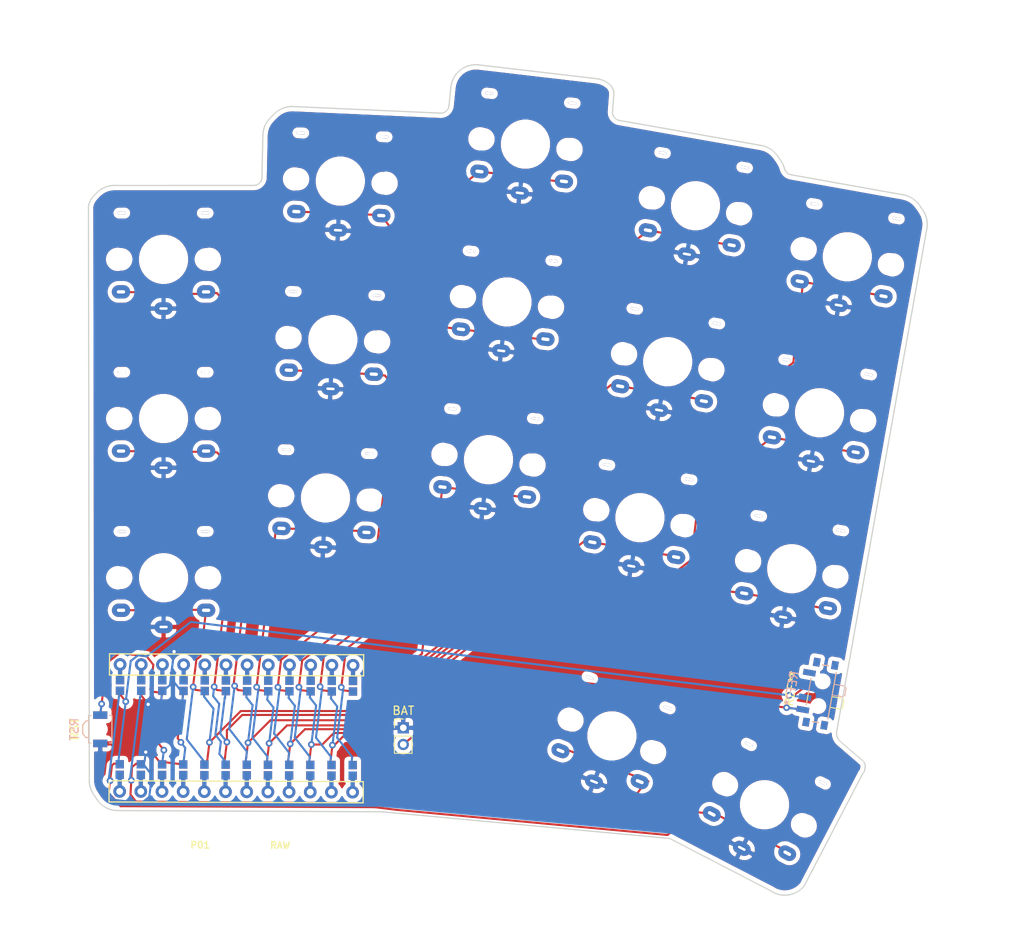
<source format=kicad_pcb>
(kicad_pcb (version 20171130) (host pcbnew 5.1.10)
  (title_block (title KEYBOARD_NAME_HERE) (rev VERSION_HERE) (company YOUR_NAME_HERE))
  (layers (0 F.Cu signal) (31 B.Cu signal) (34 B.Paste user) (35 F.Paste user) (36 B.SilkS user) (37 F.SilkS user) (38 B.Mask user) (39 F.Mask user) (44 Edge.Cuts user))
  (net 0 "")
  (net 1 P7)
  (net 2 GND)
  (net 3 P6)
  (net 4 P5)
  (net 5 P4)
  (net 6 P3)
  (net 7 P0)
  (net 8 P1)
  (net 9 P19)
  (net 10 P18)
  (net 11 P15)
  (net 12 P14)
  (net 13 P16)
  (net 14 P10)
  (net 15 P20)
  (net 16 P21)
  (net 17 P8)
  (net 18 P9)
  (net 19 RAW)
  (net 20 RST)
  (net 21 VCC)
  (net 22 P2)
  (net 23 BAT)
  (module depadiernos-parts:ChocV2_1u_flippable (layer F.Cu) (at 190.470774 80.404723)
    (fp_text reference S6 hide)
    (fp_text value "" hide)
    (pad "" thru_hole oval (at -5 -5.55 0.5) (size 1 0.3) (drill oval 1 0.3) (layers *.Cu B.Mask))
    (pad 1 thru_hole oval (at 5.1 3.9) (size 2.2 1.6) (drill oval 1 0.4) (layers *.Cu *.Mask) (net 9 P19))
    (pad "" thru_hole oval (at 5 -5.55 0.5) (size 1 0.3) (drill oval 1 0.3) (layers *.Cu B.Mask))
    (pad 1 thru_hole oval (at -5.1 3.9) (size 2.2 1.6) (drill oval 1 0.4) (layers *.Cu *.Mask) (net 9 P19))
    (pad "" np_thru_hole circle (at 0 0 90) (size 4.9 4.9) (drill 4.9) (layers *.Cu *.Mask))
    (pad "" np_thru_hole circle (at -5.5 0 90) (size 1.8 1.8) (drill 1.8) (layers *.Cu *.Mask))
    (pad "" np_thru_hole circle (at 5.5 0 90) (size 1.8 1.8) (drill 1.8) (layers *.Cu *.Mask))
    (pad 2 thru_hole oval (at 0 5.9) (size 2.2 1.5) (drill oval 1 0.3) (layers *.Cu *.Mask) (net 2 GND))
    (pad "" np_thru_hole circle (at 5.08 0) (size 1.7 1.7) (drill 1.7) (layers *.Cu *.Mask))
    (pad "" np_thru_hole circle (at -5.08 0) (size 1.7 1.7) (drill 1.7) (layers *.Cu *.Mask))
  )
  (module depadiernos-parts:ChocV2_1u_flippable (layer F.Cu) (at 190.474637 99.497278)
    (fp_text reference S4 hide)
    (fp_text value "" hide)
    (pad "" thru_hole oval (at -5 -5.55 0.5) (size 1 0.3) (drill oval 1 0.3) (layers *.Cu B.Mask))
    (pad 1 thru_hole oval (at 5.1 3.9) (size 2.2 1.6) (drill oval 1 0.4) (layers *.Cu *.Mask) (net 15 P20))
    (pad "" thru_hole oval (at 5 -5.55 0.5) (size 1 0.3) (drill oval 1 0.3) (layers *.Cu B.Mask))
    (pad 1 thru_hole oval (at -5.1 3.9) (size 2.2 1.6) (drill oval 1 0.4) (layers *.Cu *.Mask) (net 15 P20))
    (pad "" np_thru_hole circle (at 0 0 90) (size 4.9 4.9) (drill 4.9) (layers *.Cu *.Mask))
    (pad "" np_thru_hole circle (at -5.5 0 90) (size 1.8 1.8) (drill 1.8) (layers *.Cu *.Mask))
    (pad "" np_thru_hole circle (at 5.5 0 90) (size 1.8 1.8) (drill 1.8) (layers *.Cu *.Mask))
    (pad 2 thru_hole oval (at 0 5.9) (size 2.2 1.5) (drill oval 1 0.3) (layers *.Cu *.Mask) (net 2 GND))
    (pad "" np_thru_hole circle (at 5.08 0) (size 1.7 1.7) (drill 1.7) (layers *.Cu *.Mask))
    (pad "" np_thru_hole circle (at -5.08 0) (size 1.7 1.7) (drill 1.7) (layers *.Cu *.Mask))
  )
  (module depadiernos-parts:ChocV2_1u_flippable (layer F.Cu) (at 231.662946 85.510711 353.3)
    (fp_text reference S16 hide)
    (fp_text value "" hide)
    (pad "" thru_hole oval (at -5 -5.55 353.8) (size 1 0.3) (drill oval 1 0.3) (layers *.Cu B.Mask))
    (pad 1 thru_hole oval (at 5.1 3.9 353.3) (size 2.2 1.6) (drill oval 1 0.4) (layers *.Cu *.Mask) (net 14 P10))
    (pad "" thru_hole oval (at 5 -5.55 353.8) (size 1 0.3) (drill oval 1 0.3) (layers *.Cu B.Mask))
    (pad 1 thru_hole oval (at -5.1 3.9 353.3) (size 2.2 1.6) (drill oval 1 0.4) (layers *.Cu *.Mask) (net 14 P10))
    (pad "" np_thru_hole circle (at 0 0 83.3) (size 4.9 4.9) (drill 4.9) (layers *.Cu *.Mask))
    (pad "" np_thru_hole circle (at -5.5 0 83.3) (size 1.8 1.8) (drill 1.8) (layers *.Cu *.Mask))
    (pad "" np_thru_hole circle (at 5.5 0 83.3) (size 1.8 1.8) (drill 1.8) (layers *.Cu *.Mask))
    (pad 2 thru_hole oval (at 0 5.9 353.3) (size 2.2 1.5) (drill oval 1 0.3) (layers *.Cu *.Mask) (net 2 GND))
    (pad "" np_thru_hole circle (at 5.08 0 353.3) (size 1.7 1.7) (drill 1.7) (layers *.Cu *.Mask))
    (pad "" np_thru_hole circle (at -5.08 0 353.3) (size 1.7 1.7) (drill 1.7) (layers *.Cu *.Mask))
  )
  (module depadiernos-parts:ChocV2_1u_flippable (layer F.Cu) (at 262.549542 145.810707 332.5)
    (fp_text reference S34 hide)
    (fp_text value "" hide)
    (pad "" thru_hole oval (at -5 -5.55 333) (size 1 0.3) (drill oval 1 0.3) (layers *.Cu B.Mask))
    (pad 1 thru_hole oval (at 5.1 3.9 332.5) (size 2.2 1.6) (drill oval 1 0.4) (layers *.Cu *.Mask) (net 8 P1))
    (pad "" thru_hole oval (at 5 -5.55 333) (size 1 0.3) (drill oval 1 0.3) (layers *.Cu B.Mask))
    (pad 1 thru_hole oval (at -5.1 3.9 332.5) (size 2.2 1.6) (drill oval 1 0.4) (layers *.Cu *.Mask) (net 8 P1))
    (pad "" np_thru_hole circle (at 0 0 62.5) (size 4.9 4.9) (drill 4.9) (layers *.Cu *.Mask))
    (pad "" np_thru_hole circle (at -5.5 0 62.5) (size 1.8 1.8) (drill 1.8) (layers *.Cu *.Mask))
    (pad "" np_thru_hole circle (at 5.5 0 62.5) (size 1.8 1.8) (drill 1.8) (layers *.Cu *.Mask))
    (pad 2 thru_hole oval (at 0 5.9 332.5) (size 2.2 1.5) (drill oval 1 0.3) (layers *.Cu *.Mask) (net 2 GND))
    (pad "" np_thru_hole circle (at 5.08 0 332.5) (size 1.7 1.7) (drill 1.7) (layers *.Cu *.Mask))
    (pad "" np_thru_hole circle (at -5.08 0 332.5) (size 1.7 1.7) (drill 1.7) (layers *.Cu *.Mask))
  )
  (module depadiernos-parts:ChocV2_1u_flippable (layer F.Cu) (at 269.147273 98.802078 349.9)
    (fp_text reference S28 hide)
    (fp_text value "" hide)
    (pad "" thru_hole oval (at -5 -5.55 350.4) (size 1 0.3) (drill oval 1 0.3) (layers *.Cu B.Mask))
    (pad 1 thru_hole oval (at 5.1 3.9 349.9) (size 2.2 1.6) (drill oval 1 0.4) (layers *.Cu *.Mask) (net 1 P7))
    (pad "" thru_hole oval (at 5 -5.55 350.4) (size 1 0.3) (drill oval 1 0.3) (layers *.Cu B.Mask))
    (pad 1 thru_hole oval (at -5.1 3.9 349.9) (size 2.2 1.6) (drill oval 1 0.4) (layers *.Cu *.Mask) (net 1 P7))
    (pad "" np_thru_hole circle (at 0 0 79.9) (size 4.9 4.9) (drill 4.9) (layers *.Cu *.Mask))
    (pad "" np_thru_hole circle (at -5.5 0 79.9) (size 1.8 1.8) (drill 1.8) (layers *.Cu *.Mask))
    (pad "" np_thru_hole circle (at 5.5 0 79.9) (size 1.8 1.8) (drill 1.8) (layers *.Cu *.Mask))
    (pad 2 thru_hole oval (at 0 5.9 349.9) (size 2.2 1.5) (drill oval 1 0.3) (layers *.Cu *.Mask) (net 2 GND))
    (pad "" np_thru_hole circle (at 5.08 0 349.9) (size 1.7 1.7) (drill 1.7) (layers *.Cu *.Mask))
    (pad "" np_thru_hole circle (at -5.08 0 349.9) (size 1.7 1.7) (drill 1.7) (layers *.Cu *.Mask))
  )
  (module depadiernos-parts:ChocV2_1u_flippable (layer F.Cu) (at 244.245412 137.554664 338.7)
    (fp_text reference S32 hide)
    (fp_text value "" hide)
    (pad "" thru_hole oval (at -5 -5.55 339.2) (size 1 0.3) (drill oval 1 0.3) (layers *.Cu B.Mask))
    (pad 1 thru_hole oval (at 5.1 3.9 338.7) (size 2.2 1.6) (drill oval 1 0.4) (layers *.Cu *.Mask) (net 7 P0))
    (pad "" thru_hole oval (at 5 -5.55 339.2) (size 1 0.3) (drill oval 1 0.3) (layers *.Cu B.Mask))
    (pad 1 thru_hole oval (at -5.1 3.9 338.7) (size 2.2 1.6) (drill oval 1 0.4) (layers *.Cu *.Mask) (net 7 P0))
    (pad "" np_thru_hole circle (at 0 0 68.7) (size 4.9 4.9) (drill 4.9) (layers *.Cu *.Mask))
    (pad "" np_thru_hole circle (at -5.5 0 68.7) (size 1.8 1.8) (drill 1.8) (layers *.Cu *.Mask))
    (pad "" np_thru_hole circle (at 5.5 0 68.7) (size 1.8 1.8) (drill 1.8) (layers *.Cu *.Mask))
    (pad 2 thru_hole oval (at 0 5.9 338.7) (size 2.2 1.5) (drill oval 1 0.3) (layers *.Cu *.Mask) (net 2 GND))
    (pad "" np_thru_hole circle (at 5.08 0 338.7) (size 1.7 1.7) (drill 1.7) (layers *.Cu *.Mask))
    (pad "" np_thru_hole circle (at -5.08 0 338.7) (size 1.7 1.7) (drill 1.7) (layers *.Cu *.Mask))
  )
  (module depadiernos-parts:ChocV2_1u_flippable (layer F.Cu) (at 254.270573 73.97509 349.9)
    (fp_text reference S24 hide)
    (fp_text value "" hide)
    (pad "" thru_hole oval (at -5 -5.55 350.4) (size 1 0.3) (drill oval 1 0.3) (layers *.Cu B.Mask))
    (pad 1 thru_hole oval (at 5.1 3.9 349.9) (size 2.2 1.6) (drill oval 1 0.4) (layers *.Cu *.Mask) (net 6 P3))
    (pad "" thru_hole oval (at 5 -5.55 350.4) (size 1 0.3) (drill oval 1 0.3) (layers *.Cu B.Mask))
    (pad 1 thru_hole oval (at -5.1 3.9 349.9) (size 2.2 1.6) (drill oval 1 0.4) (layers *.Cu *.Mask) (net 6 P3))
    (pad "" np_thru_hole circle (at 0 0 79.9) (size 4.9 4.9) (drill 4.9) (layers *.Cu *.Mask))
    (pad "" np_thru_hole circle (at -5.5 0 79.9) (size 1.8 1.8) (drill 1.8) (layers *.Cu *.Mask))
    (pad "" np_thru_hole circle (at 5.5 0 79.9) (size 1.8 1.8) (drill 1.8) (layers *.Cu *.Mask))
    (pad 2 thru_hole oval (at 0 5.9 349.9) (size 2.2 1.5) (drill oval 1 0.3) (layers *.Cu *.Mask) (net 2 GND))
    (pad "" np_thru_hole circle (at 5.08 0 349.9) (size 1.7 1.7) (drill 1.7) (layers *.Cu *.Mask))
    (pad "" np_thru_hole circle (at -5.08 0 349.9) (size 1.7 1.7) (drill 1.7) (layers *.Cu *.Mask))
  )
  (module depadiernos-parts:ChocV2_1u_flippable (layer F.Cu) (at 233.881709 66.588378 353.3)
    (fp_text reference S18 hide)
    (fp_text value "" hide)
    (pad "" thru_hole oval (at -5 -5.55 353.8) (size 1 0.3) (drill oval 1 0.3) (layers *.Cu B.Mask))
    (pad 1 thru_hole oval (at 5.1 3.9 353.3) (size 2.2 1.6) (drill oval 1 0.4) (layers *.Cu *.Mask) (net 13 P16))
    (pad "" thru_hole oval (at 5 -5.55 353.8) (size 1 0.3) (drill oval 1 0.3) (layers *.Cu B.Mask))
    (pad 1 thru_hole oval (at -5.1 3.9 353.3) (size 2.2 1.6) (drill oval 1 0.4) (layers *.Cu *.Mask) (net 13 P16))
    (pad "" np_thru_hole circle (at 0 0 83.3) (size 4.9 4.9) (drill 4.9) (layers *.Cu *.Mask))
    (pad "" np_thru_hole circle (at -5.5 0 83.3) (size 1.8 1.8) (drill 1.8) (layers *.Cu *.Mask))
    (pad "" np_thru_hole circle (at 5.5 0 83.3) (size 1.8 1.8) (drill 1.8) (layers *.Cu *.Mask))
    (pad 2 thru_hole oval (at 0 5.9 353.3) (size 2.2 1.5) (drill oval 1 0.3) (layers *.Cu *.Mask) (net 2 GND))
    (pad "" np_thru_hole circle (at 5.08 0 353.3) (size 1.7 1.7) (drill 1.7) (layers *.Cu *.Mask))
    (pad "" np_thru_hole circle (at -5.08 0 353.3) (size 1.7 1.7) (drill 1.7) (layers *.Cu *.Mask))
  )
  (module depadiernos-parts:ChocV2_1u_flippable (layer F.Cu) (at 265.815358 117.507633 349.9)
    (fp_text reference S26 hide)
    (fp_text value "" hide)
    (pad "" thru_hole oval (at -5 -5.55 350.4) (size 1 0.3) (drill oval 1 0.3) (layers *.Cu B.Mask))
    (pad 1 thru_hole oval (at 5.1 3.9 349.9) (size 2.2 1.6) (drill oval 1 0.4) (layers *.Cu *.Mask) (net 17 P8))
    (pad "" thru_hole oval (at 5 -5.55 350.4) (size 1 0.3) (drill oval 1 0.3) (layers *.Cu B.Mask))
    (pad 1 thru_hole oval (at -5.1 3.9 349.9) (size 2.2 1.6) (drill oval 1 0.4) (layers *.Cu *.Mask) (net 17 P8))
    (pad "" np_thru_hole circle (at 0 0 79.9) (size 4.9 4.9) (drill 4.9) (layers *.Cu *.Mask))
    (pad "" np_thru_hole circle (at -5.5 0 79.9) (size 1.8 1.8) (drill 1.8) (layers *.Cu *.Mask))
    (pad "" np_thru_hole circle (at 5.5 0 79.9) (size 1.8 1.8) (drill 1.8) (layers *.Cu *.Mask))
    (pad 2 thru_hole oval (at 0 5.9 349.9) (size 2.2 1.5) (drill oval 1 0.3) (layers *.Cu *.Mask) (net 2 GND))
    (pad "" np_thru_hole circle (at 5.08 0 349.9) (size 1.7 1.7) (drill 1.7) (layers *.Cu *.Mask))
    (pad "" np_thru_hole circle (at -5.08 0 349.9) (size 1.7 1.7) (drill 1.7) (layers *.Cu *.Mask))
  )
  (module depadiernos-parts:ChocV2_1u_flippable (layer F.Cu) (at 247.606627 111.386292 349.9)
    (fp_text reference S20 hide)
    (fp_text value "" hide)
    (pad "" thru_hole oval (at -5 -5.55 350.4) (size 1 0.3) (drill oval 1 0.3) (layers *.Cu B.Mask))
    (pad 1 thru_hole oval (at 5.1 3.9 349.9) (size 2.2 1.6) (drill oval 1 0.4) (layers *.Cu *.Mask) (net 4 P5))
    (pad "" thru_hole oval (at 5 -5.55 350.4) (size 1 0.3) (drill oval 1 0.3) (layers *.Cu B.Mask))
    (pad 1 thru_hole oval (at -5.1 3.9 349.9) (size 2.2 1.6) (drill oval 1 0.4) (layers *.Cu *.Mask) (net 4 P5))
    (pad "" np_thru_hole circle (at 0 0 79.9) (size 4.9 4.9) (drill 4.9) (layers *.Cu *.Mask))
    (pad "" np_thru_hole circle (at -5.5 0 79.9) (size 1.8 1.8) (drill 1.8) (layers *.Cu *.Mask))
    (pad "" np_thru_hole circle (at 5.5 0 79.9) (size 1.8 1.8) (drill 1.8) (layers *.Cu *.Mask))
    (pad 2 thru_hole oval (at 0 5.9 349.9) (size 2.2 1.5) (drill oval 1 0.3) (layers *.Cu *.Mask) (net 2 GND))
    (pad "" np_thru_hole circle (at 5.08 0 349.9) (size 1.7 1.7) (drill 1.7) (layers *.Cu *.Mask))
    (pad "" np_thru_hole circle (at -5.08 0 349.9) (size 1.7 1.7) (drill 1.7) (layers *.Cu *.Mask))
  )
  (module depadiernos-parts:ChocV2_1u_flippable (layer F.Cu) (at 250.938648 92.680747 349.9)
    (fp_text reference S22 hide)
    (fp_text value "" hide)
    (pad "" thru_hole oval (at -5 -5.55 350.4) (size 1 0.3) (drill oval 1 0.3) (layers *.Cu B.Mask))
    (pad 1 thru_hole oval (at 5.1 3.9 349.9) (size 2.2 1.6) (drill oval 1 0.4) (layers *.Cu *.Mask) (net 5 P4))
    (pad "" thru_hole oval (at 5 -5.55 350.4) (size 1 0.3) (drill oval 1 0.3) (layers *.Cu B.Mask))
    (pad 1 thru_hole oval (at -5.1 3.9 349.9) (size 2.2 1.6) (drill oval 1 0.4) (layers *.Cu *.Mask) (net 5 P4))
    (pad "" np_thru_hole circle (at 0 0 79.9) (size 4.9 4.9) (drill 4.9) (layers *.Cu *.Mask))
    (pad "" np_thru_hole circle (at -5.5 0 79.9) (size 1.8 1.8) (drill 1.8) (layers *.Cu *.Mask))
    (pad "" np_thru_hole circle (at 5.5 0 79.9) (size 1.8 1.8) (drill 1.8) (layers *.Cu *.Mask))
    (pad 2 thru_hole oval (at 0 5.9 349.9) (size 2.2 1.5) (drill oval 1 0.3) (layers *.Cu *.Mask) (net 2 GND))
    (pad "" np_thru_hole circle (at 5.08 0 349.9) (size 1.7 1.7) (drill 1.7) (layers *.Cu *.Mask))
    (pad "" np_thru_hole circle (at -5.08 0 349.9) (size 1.7 1.7) (drill 1.7) (layers *.Cu *.Mask))
  )
  (module depadiernos-parts:ChocV2_1u_flippable (layer F.Cu) (at 272.479294 80.096533 349.9)
    (fp_text reference S30 hide)
    (fp_text value "" hide)
    (pad "" thru_hole oval (at -5 -5.55 350.4) (size 1 0.3) (drill oval 1 0.3) (layers *.Cu B.Mask))
    (pad 1 thru_hole oval (at 5.1 3.9 349.9) (size 2.2 1.6) (drill oval 1 0.4) (layers *.Cu *.Mask) (net 3 P6))
    (pad "" thru_hole oval (at 5 -5.55 350.4) (size 1 0.3) (drill oval 1 0.3) (layers *.Cu B.Mask))
    (pad 1 thru_hole oval (at -5.1 3.9 349.9) (size 2.2 1.6) (drill oval 1 0.4) (layers *.Cu *.Mask) (net 3 P6))
    (pad "" np_thru_hole circle (at 0 0 79.9) (size 4.9 4.9) (drill 4.9) (layers *.Cu *.Mask))
    (pad "" np_thru_hole circle (at -5.5 0 79.9) (size 1.8 1.8) (drill 1.8) (layers *.Cu *.Mask))
    (pad "" np_thru_hole circle (at 5.5 0 79.9) (size 1.8 1.8) (drill 1.8) (layers *.Cu *.Mask))
    (pad 2 thru_hole oval (at 0 5.9 349.9) (size 2.2 1.5) (drill oval 1 0.3) (layers *.Cu *.Mask) (net 2 GND))
    (pad "" np_thru_hole circle (at 5.08 0 349.9) (size 1.7 1.7) (drill 1.7) (layers *.Cu *.Mask))
    (pad "" np_thru_hole circle (at -5.08 0 349.9) (size 1.7 1.7) (drill 1.7) (layers *.Cu *.Mask))
  )
  (module depadiernos-parts:ChocV2_1u_flippable (layer F.Cu) (at 210.776379 90.038463 357.3)
    (fp_text reference S10 hide)
    (fp_text value "" hide)
    (pad "" thru_hole oval (at -5 -5.55 357.8) (size 1 0.3) (drill oval 1 0.3) (layers *.Cu B.Mask))
    (pad 1 thru_hole oval (at 5.1 3.9 357.3) (size 2.2 1.6) (drill oval 1 0.4) (layers *.Cu *.Mask) (net 11 P15))
    (pad "" thru_hole oval (at 5 -5.55 357.8) (size 1 0.3) (drill oval 1 0.3) (layers *.Cu B.Mask))
    (pad 1 thru_hole oval (at -5.1 3.9 357.3) (size 2.2 1.6) (drill oval 1 0.4) (layers *.Cu *.Mask) (net 11 P15))
    (pad "" np_thru_hole circle (at 0 0 87.3) (size 4.9 4.9) (drill 4.9) (layers *.Cu *.Mask))
    (pad "" np_thru_hole circle (at -5.5 0 87.3) (size 1.8 1.8) (drill 1.8) (layers *.Cu *.Mask))
    (pad "" np_thru_hole circle (at 5.5 0 87.3) (size 1.8 1.8) (drill 1.8) (layers *.Cu *.Mask))
    (pad 2 thru_hole oval (at 0 5.9 357.3) (size 2.2 1.5) (drill oval 1 0.3) (layers *.Cu *.Mask) (net 2 GND))
    (pad "" np_thru_hole circle (at 5.08 0 357.3) (size 1.7 1.7) (drill 1.7) (layers *.Cu *.Mask))
    (pad "" np_thru_hole circle (at -5.08 0 357.3) (size 1.7 1.7) (drill 1.7) (layers *.Cu *.Mask))
  )
  (module depadiernos-parts:ChocV2_1u_flippable (layer F.Cu) (at 229.44419 104.433042 353.3)
    (fp_text reference S14 hide)
    (fp_text value "" hide)
    (pad "" thru_hole oval (at -5 -5.55 353.8) (size 1 0.3) (drill oval 1 0.3) (layers *.Cu B.Mask))
    (pad 1 thru_hole oval (at 5.1 3.9 353.3) (size 2.2 1.6) (drill oval 1 0.4) (layers *.Cu *.Mask) (net 22 P2))
    (pad "" thru_hole oval (at 5 -5.55 353.8) (size 1 0.3) (drill oval 1 0.3) (layers *.Cu B.Mask))
    (pad 1 thru_hole oval (at -5.1 3.9 353.3) (size 2.2 1.6) (drill oval 1 0.4) (layers *.Cu *.Mask) (net 22 P2))
    (pad "" np_thru_hole circle (at 0 0 83.3) (size 4.9 4.9) (drill 4.9) (layers *.Cu *.Mask))
    (pad "" np_thru_hole circle (at -5.5 0 83.3) (size 1.8 1.8) (drill 1.8) (layers *.Cu *.Mask))
    (pad "" np_thru_hole circle (at 5.5 0 83.3) (size 1.8 1.8) (drill 1.8) (layers *.Cu *.Mask))
    (pad 2 thru_hole oval (at 0 5.9 353.3) (size 2.2 1.5) (drill oval 1 0.3) (layers *.Cu *.Mask) (net 2 GND))
    (pad "" np_thru_hole circle (at 5.08 0 353.3) (size 1.7 1.7) (drill 1.7) (layers *.Cu *.Mask))
    (pad "" np_thru_hole circle (at -5.08 0 353.3) (size 1.7 1.7) (drill 1.7) (layers *.Cu *.Mask))
  )
  (module depadiernos-parts:ChocV2_1u_flippable (layer F.Cu) (at 211.67601 71.0206 357.3)
    (fp_text reference S12 hide)
    (fp_text value "" hide)
    (pad "" thru_hole oval (at -5 -5.55 357.8) (size 1 0.3) (drill oval 1 0.3) (layers *.Cu B.Mask))
    (pad 1 thru_hole oval (at 5.1 3.9 357.3) (size 2.2 1.6) (drill oval 1 0.4) (layers *.Cu *.Mask) (net 12 P14))
    (pad "" thru_hole oval (at 5 -5.55 357.8) (size 1 0.3) (drill oval 1 0.3) (layers *.Cu B.Mask))
    (pad 1 thru_hole oval (at -5.1 3.9 357.3) (size 2.2 1.6) (drill oval 1 0.4) (layers *.Cu *.Mask) (net 12 P14))
    (pad "" np_thru_hole circle (at 0 0 87.3) (size 4.9 4.9) (drill 4.9) (layers *.Cu *.Mask))
    (pad "" np_thru_hole circle (at -5.5 0 87.3) (size 1.8 1.8) (drill 1.8) (layers *.Cu *.Mask))
    (pad "" np_thru_hole circle (at 5.5 0 87.3) (size 1.8 1.8) (drill 1.8) (layers *.Cu *.Mask))
    (pad 2 thru_hole oval (at 0 5.9 357.3) (size 2.2 1.5) (drill oval 1 0.3) (layers *.Cu *.Mask) (net 2 GND))
    (pad "" np_thru_hole circle (at 5.08 0 357.3) (size 1.7 1.7) (drill 1.7) (layers *.Cu *.Mask))
    (pad "" np_thru_hole circle (at -5.08 0 357.3) (size 1.7 1.7) (drill 1.7) (layers *.Cu *.Mask))
  )
  (module depadiernos-parts:ChocV2_1u_flippable (layer F.Cu) (at 190.478498 118.589826)
    (fp_text reference S2 hide)
    (fp_text value "" hide)
    (pad "" thru_hole oval (at -5 -5.55 0.5) (size 1 0.3) (drill oval 1 0.3) (layers *.Cu B.Mask))
    (pad 1 thru_hole oval (at 5.1 3.9) (size 2.2 1.6) (drill oval 1 0.4) (layers *.Cu *.Mask) (net 16 P21))
    (pad "" thru_hole oval (at 5 -5.55 0.5) (size 1 0.3) (drill oval 1 0.3) (layers *.Cu B.Mask))
    (pad 1 thru_hole oval (at -5.1 3.9) (size 2.2 1.6) (drill oval 1 0.4) (layers *.Cu *.Mask) (net 16 P21))
    (pad "" np_thru_hole circle (at 0 0 90) (size 4.9 4.9) (drill 4.9) (layers *.Cu *.Mask))
    (pad "" np_thru_hole circle (at -5.5 0 90) (size 1.8 1.8) (drill 1.8) (layers *.Cu *.Mask))
    (pad "" np_thru_hole circle (at 5.5 0 90) (size 1.8 1.8) (drill 1.8) (layers *.Cu *.Mask))
    (pad 2 thru_hole oval (at 0 5.9) (size 2.2 1.5) (drill oval 1 0.3) (layers *.Cu *.Mask) (net 2 GND))
    (pad "" np_thru_hole circle (at 5.08 0) (size 1.7 1.7) (drill 1.7) (layers *.Cu *.Mask))
    (pad "" np_thru_hole circle (at -5.08 0) (size 1.7 1.7) (drill 1.7) (layers *.Cu *.Mask))
  )
  (module depadiernos-parts:ChocV2_1u_flippable (layer F.Cu) (at 209.895047 109.013966 357.3)
    (fp_text reference S8 hide)
    (fp_text value "" hide)
    (pad "" thru_hole oval (at -5 -5.55 357.8) (size 1 0.3) (drill oval 1 0.3) (layers *.Cu B.Mask))
    (pad 1 thru_hole oval (at 5.1 3.9 357.3) (size 2.2 1.6) (drill oval 1 0.4) (layers *.Cu *.Mask) (net 10 P18))
    (pad "" thru_hole oval (at 5 -5.55 357.8) (size 1 0.3) (drill oval 1 0.3) (layers *.Cu B.Mask))
    (pad 1 thru_hole oval (at -5.1 3.9 357.3) (size 2.2 1.6) (drill oval 1 0.4) (layers *.Cu *.Mask) (net 10 P18))
    (pad "" np_thru_hole circle (at 0 0 87.3) (size 4.9 4.9) (drill 4.9) (layers *.Cu *.Mask))
    (pad "" np_thru_hole circle (at -5.5 0 87.3) (size 1.8 1.8) (drill 1.8) (layers *.Cu *.Mask))
    (pad "" np_thru_hole circle (at 5.5 0 87.3) (size 1.8 1.8) (drill 1.8) (layers *.Cu *.Mask))
    (pad 2 thru_hole oval (at 0 5.9 357.3) (size 2.2 1.5) (drill oval 1 0.3) (layers *.Cu *.Mask) (net 2 GND))
    (pad "" np_thru_hole circle (at 5.08 0 357.3) (size 1.7 1.7) (drill 1.7) (layers *.Cu *.Mask))
    (pad "" np_thru_hole circle (at -5.08 0 357.3) (size 1.7 1.7) (drill 1.7) (layers *.Cu *.Mask))
  )
  (module depadiernos-parts:ProMicro_Jumper (layer F.Cu) (at 199.713028 136.698464 89.8)
    (fp_text reference C1 hide)
    (fp_text value "" hide)
    (fp_text user RAW (at -13.97 4.8 359.8) (layer F.SilkS) (effects (font (size 0.8 0.8))))
    (fp_text user P01 (at -13.97 -4.8 359.8) (layer F.SilkS) (effects (font (size 0.8 0.8))))
    (fp_text user "" (at -0.5 -17.25 89.8) (layer F.SilkS))
    (fp_text user "" (at -1.2065 -16.256 89.8) (layer B.SilkS) (effects (justify mirror)))
    (pad "" smd rect (at 6.477 13.462 89.8) (size 2 0.5) (layers F.Cu))
    (pad "" smd rect (at 6.604 13.462 89.8) (size 2 0.5) (layers B.Cu))
    (pad "" smd rect (at 6.604 10.922 89.8) (size 2 0.5) (layers F.Cu))
    (pad "" smd rect (at 6.604 10.922 89.8) (size 2 0.5) (layers B.Cu))
    (pad "" smd rect (at 6.604 8.382 89.8) (size 2 0.5) (layers F.Cu))
    (pad "" smd rect (at 6.604 8.382 89.8) (size 2 0.5) (layers B.Cu))
    (pad "" smd rect (at 6.731 5.842 89.8) (size 2 0.5) (layers F.Cu))
    (pad "" smd rect (at 6.604 5.842 89.8) (size 2 0.5) (layers B.Cu))
    (pad "" smd rect (at 6.731 3.302 89.8) (size 2 0.5) (layers F.Cu))
    (pad "" smd rect (at 6.731 3.302 89.8) (size 2 0.5) (layers B.Cu))
    (pad "" smd rect (at 6.731 0.762 89.8) (size 2 0.5) (layers F.Cu))
    (pad "" smd rect (at 6.731 0.762 89.8) (size 2 0.5) (layers B.Cu))
    (pad "" smd rect (at 6.731 -1.778 89.8) (size 2 0.5) (layers F.Cu))
    (pad "" smd rect (at 6.731 -1.778 89.8) (size 2 0.5) (layers B.Cu))
    (pad "" smd rect (at 6.731 -4.318 89.8) (size 2 0.5) (layers F.Cu))
    (pad "" smd rect (at 6.731 -4.318 89.8) (size 2 0.5) (layers B.Cu))
    (pad "" smd rect (at 6.731 -6.858 89.8) (size 2 0.5) (layers F.Cu))
    (pad "" smd rect (at 6.604 -6.858 89.8) (size 2 0.5) (layers B.Cu))
    (pad "" smd rect (at 6.604 -9.398 89.8) (size 2 0.5) (layers F.Cu))
    (pad "" smd rect (at 6.731 -9.398 89.8) (size 2 0.5) (layers B.Cu))
    (pad "" smd rect (at 6.604 -11.938 89.8) (size 2 0.5) (layers F.Cu))
    (pad "" smd rect (at 6.731 -11.938 89.8) (size 2 0.5) (layers B.Cu))
    (pad "" smd rect (at 6.604 -14.478 89.8) (size 2 0.5) (layers F.Cu))
    (pad "" smd rect (at 6.731 -14.478 89.8) (size 2 0.5) (layers B.Cu))
    (pad "" smd rect (at -6.604 13.462 89.8) (size 2 0.5) (layers F.Cu))
    (pad "" smd rect (at -6.604 13.462 89.8) (size 2 0.5) (layers B.Cu))
    (pad "" smd rect (at -6.604 10.922 89.8) (size 2 0.5) (layers F.Cu))
    (pad "" smd rect (at -6.604 10.922 89.8) (size 2 0.5) (layers B.Cu))
    (pad "" smd rect (at -6.604 8.382 89.8) (size 2 0.5) (layers F.Cu))
    (pad "" smd rect (at -6.604 8.382 89.8) (size 2 0.5) (layers B.Cu))
    (pad "" smd rect (at -6.604 5.842 89.8) (size 2 0.5) (layers F.Cu))
    (pad "" smd rect (at -6.604 5.842 89.8) (size 2 0.5) (layers B.Cu))
    (pad "" smd rect (at -6.477 3.302 89.8) (size 2 0.5) (layers F.Cu))
    (pad "" smd rect (at -6.477 3.302 89.8) (size 2 0.5) (layers B.Cu))
    (pad "" smd rect (at -6.35 0.762 89.8) (size 2 0.5) (layers F.Cu))
    (pad "" smd rect (at -6.35 0.762 89.8) (size 2 0.5) (layers B.Cu))
    (pad "" smd rect (at -6.477 -1.778 89.8) (size 2 0.5) (layers F.Cu))
    (pad "" smd rect (at -6.477 -1.778 89.8) (size 2 0.5) (layers B.Cu))
    (pad "" smd rect (at -6.604 -4.318 89.8) (size 2 0.5) (layers F.Cu))
    (pad "" smd rect (at -6.604 -4.318 89.8) (size 2 0.5) (layers B.Cu))
    (pad "" smd rect (at -6.604 -9.398 89.8) (size 2 0.5) (layers F.Cu))
    (pad "" smd rect (at -6.604 -9.398 89.8) (size 2 0.5) (layers B.Cu))
    (pad "" smd rect (at -6.477 -11.938 89.8) (size 2 0.5) (layers F.Cu))
    (pad "" smd rect (at -6.477 -11.938 89.8) (size 2 0.5) (layers B.Cu))
    (pad "" smd rect (at -6.477 -14.478 89.8) (size 2 0.5) (layers F.Cu))
    (pad "" smd rect (at -6.477 -14.478 89.8) (size 2 0.5) (layers B.Cu))
    (pad "" smd rect (at -6.477 -6.858 89.8) (size 2 0.5) (layers B.Cu))
    (pad "" smd rect (at -6.477 -6.858 89.8) (size 2 0.5) (layers F.Cu))
    (pad "" smd trapezoid (at -5.58 -1.778 89.8) (size 1 1) (layers *.Mask B.Cu B.Paste))
    (pad "" smd trapezoid (at 5.78 -1.778 89.8) (size 1 1) (layers *.Mask B.Cu B.Paste))
    (pad 1 smd trapezoid (at -4.31 -14.478 89.8) (size 1 1) (layers *.Mask B.Cu B.Paste) (net 19 RAW))
    (pad 14 smd trapezoid (at 4.51 10.922 89.8) (size 1 1) (layers *.Mask B.Cu B.Paste) (net 17 P8))
    (pad "" smd trapezoid (at -5.58 13.462 89.8) (size 1 1) (layers *.Mask B.Cu B.Paste))
    (pad "" smd trapezoid (at -5.58 0.762 89.8) (size 1 1) (layers *.Mask B.Cu B.Paste))
    (pad 4 smd trapezoid (at -4.31 -6.858 89.8) (size 1 1) (layers *.Mask B.Cu B.Paste) (net 21 VCC))
    (pad "" smd trapezoid (at 5.78 -6.858 89.8) (size 1 1) (layers *.Mask B.Cu B.Paste))
    (pad "" smd trapezoid (at 5.78 5.842 89.8) (size 1 1) (layers *.Mask B.Cu B.Paste))
    (pad "" smd trapezoid (at 5.78 13.462 89.8) (size 1 1) (layers *.Mask B.Cu B.Paste))
    (pad 20 smd trapezoid (at 4.51 -4.318 89.8) (size 1 1) (layers *.Mask B.Cu B.Paste) (net 22 P2))
    (pad 11 smd trapezoid (at -4.31 10.922 89.8) (size 1 1) (layers *.Mask B.Cu B.Paste) (net 13 P16))
    (pad "" smd trapezoid (at 5.78 -4.318 89.8) (size 1 1) (layers *.Mask B.Cu B.Paste))
    (pad "" smd trapezoid (at -5.58 -6.858 89.8) (size 1 1) (layers *.Mask B.Cu B.Paste))
    (pad "" smd trapezoid (at -5.58 -9.398 89.8) (size 1 1) (layers *.Mask B.Cu B.Paste))
    (pad "" smd trapezoid (at 5.78 -11.938 89.8) (size 1 1) (layers *.Mask B.Cu B.Paste))
    (pad 2 smd trapezoid (at -4.31 -11.938 89.8) (size 1 1) (layers *.Mask B.Cu B.Paste) (net 2 GND))
    (pad "" smd trapezoid (at 5.78 -9.398 89.8) (size 1 1) (layers *.Mask B.Cu B.Paste))
    (pad "" smd trapezoid (at 5.78 0.762 89.8) (size 1 1) (layers *.Mask B.Cu B.Paste))
    (pad "" smd trapezoid (at 5.78 8.382 89.8) (size 1 1) (layers *.Mask B.Cu B.Paste))
    (pad 7 smd trapezoid (at -4.31 0.762 89.8) (size 1 1) (layers *.Mask B.Cu B.Paste) (net 9 P19))
    (pad 21 smd trapezoid (at 4.51 -6.858 89.8) (size 1 1) (layers *.Mask B.Cu B.Paste) (net 2 GND))
    (pad "" smd trapezoid (at -5.58 8.382 89.8) (size 1 1) (layers *.Mask B.Cu B.Paste))
    (pad 13 smd trapezoid (at 4.51 13.462 89.8) (size 1 1) (layers *.Mask B.Cu B.Paste) (net 18 P9))
    (pad 19 smd trapezoid (at 4.51 -1.778 89.8) (size 1 1) (layers *.Mask B.Cu B.Paste) (net 6 P3))
    (pad 17 smd trapezoid (at 4.51 3.302 89.8) (size 1 1) (layers *.Mask B.Cu B.Paste) (net 4 P5))
    (pad "" smd trapezoid (at 5.78 3.302 89.8) (size 1 1) (layers *.Mask B.Cu B.Paste))
    (pad 10 smd trapezoid (at -4.31 8.382 89.8) (size 1 1) (layers *.Mask B.Cu B.Paste) (net 12 P14))
    (pad "" smd trapezoid (at 5.78 -14.478 89.8) (size 1 1) (layers *.Mask B.Cu B.Paste))
    (pad 16 smd trapezoid (at 4.51 5.842 89.8) (size 1 1) (layers *.Mask B.Cu B.Paste) (net 3 P6))
    (pad 18 smd trapezoid (at 4.51 0.762 89.8) (size 1 1) (layers *.Mask B.Cu B.Paste) (net 5 P4))
    (pad 24 smd trapezoid (at 4.51 -14.478 89.8) (size 1 1) (layers *.Mask B.Cu B.Paste) (net 8 P1))
    (pad 12 smd trapezoid (at -4.31 13.462 89.8) (size 1 1) (layers *.Mask B.Cu B.Paste) (net 14 P10))
    (pad "" smd trapezoid (at -5.58 -4.318 89.8) (size 1 1) (layers *.Mask B.Cu B.Paste))
    (pad 22 smd trapezoid (at 4.51 -9.398 89.8) (size 1 1) (layers *.Mask B.Cu B.Paste) (net 2 GND))
    (pad 15 smd trapezoid (at 4.51 8.382 89.8) (size 1 1) (layers *.Mask B.Cu B.Paste) (net 1 P7))
    (pad 9 smd trapezoid (at -4.31 5.842 89.8) (size 1 1) (layers *.Mask B.Cu B.Paste) (net 11 P15))
    (pad "" smd trapezoid (at -5.58 -11.938 89.8) (size 1 1) (layers *.Mask B.Cu B.Paste))
    (pad "" smd trapezoid (at -5.58 -14.478 89.8) (size 1 1) (layers *.Mask B.Cu B.Paste))
    (pad 6 smd trapezoid (at -4.31 -1.778 89.8) (size 1 1) (layers *.Mask B.Cu B.Paste) (net 15 P20))
    (pad 23 smd trapezoid (at 4.51 -11.938 89.8) (size 1 1) (layers *.Mask B.Cu B.Paste) (net 7 P0))
    (pad "" smd trapezoid (at -5.58 10.922 89.8) (size 1 1) (layers *.Mask B.Cu B.Paste))
    (pad 8 smd trapezoid (at -4.31 3.302 89.8) (size 1 1) (layers *.Mask B.Cu B.Paste) (net 10 P18))
    (pad "" smd trapezoid (at -5.58 5.842 89.8) (size 1 1) (layers *.Mask B.Cu B.Paste))
    (pad "" smd trapezoid (at -5.58 3.302 89.8) (size 1 1) (layers *.Mask B.Cu B.Paste))
    (pad 3 smd trapezoid (at -4.31 -9.398 89.8) (size 1 1) (layers *.Mask B.Cu B.Paste) (net 20 RST))
    (pad 5 smd trapezoid (at -4.31 -4.318 89.8) (size 1 1) (layers *.Mask B.Cu B.Paste) (net 16 P21))
    (pad "" smd trapezoid (at 5.78 10.922 89.8) (size 1 1) (layers *.Mask B.Cu B.Paste))
    (pad "" smd trapezoid (at 5.78 0.762 89.8) (size 1 1) (layers *.Mask F.Cu F.Paste))
    (pad "" smd trapezoid (at -5.58 0.762 89.8) (size 1 1) (layers *.Mask F.Cu F.Paste))
    (pad 7 smd trapezoid (at 4.51 0.762 89.8) (size 1 1) (layers *.Mask F.Cu F.Paste) (net 9 P19))
    (pad 18 smd trapezoid (at -4.310001 0.762 89.8) (size 1 1) (layers *.Mask F.Cu F.Paste) (net 5 P4))
    (pad "" smd trapezoid (at 5.78 3.302 89.8) (size 1 1) (layers *.Mask F.Cu F.Paste))
    (pad "" smd trapezoid (at -5.58 3.302 89.8) (size 1 1) (layers *.Mask F.Cu F.Paste))
    (pad 8 smd trapezoid (at 4.51 3.302 89.8) (size 1 1) (layers *.Mask F.Cu F.Paste) (net 10 P18))
    (pad 17 smd trapezoid (at -4.31 3.302 89.8) (size 1 1) (layers *.Mask F.Cu F.Paste) (net 4 P5))
    (pad "" smd trapezoid (at 5.78 5.842 89.8) (size 1 1) (layers *.Mask F.Cu F.Paste))
    (pad "" smd trapezoid (at -5.58 5.842 89.8) (size 1 1) (layers *.Mask F.Cu F.Paste))
    (pad 9 smd trapezoid (at 4.51 5.842 89.8) (size 1 1) (layers *.Mask F.Cu F.Paste) (net 11 P15))
    (pad 16 smd trapezoid (at -4.31 5.842 89.8) (size 1 1) (layers *.Mask F.Cu F.Paste) (net 3 P6))
    (pad "" smd trapezoid (at 5.78 8.382 89.8) (size 1 1) (layers *.Mask F.Cu F.Paste))
    (pad "" smd trapezoid (at -5.58 8.382 89.8) (size 1 1) (layers *.Mask F.Cu F.Paste))
    (pad 10 smd trapezoid (at 4.51 8.382 89.8) (size 1 1) (layers *.Mask F.Cu F.Paste) (net 12 P14))
    (pad 15 smd trapezoid (at -4.31 8.382 89.8) (size 1 1) (layers *.Mask F.Cu F.Paste) (net 1 P7))
    (pad "" smd trapezoid (at 5.78 10.922 89.8) (size 1 1) (layers *.Mask F.Cu F.Paste))
    (pad "" smd trapezoid (at -5.58 10.922 89.8) (size 1 1) (layers *.Mask F.Cu F.Paste))
    (pad 11 smd trapezoid (at 4.51 10.922 89.8) (size 1 1) (layers *.Mask F.Cu F.Paste) (net 13 P16))
    (pad 14 smd trapezoid (at -4.31 10.922 89.8) (size 1 1) (layers *.Mask F.Cu F.Paste) (net 17 P8))
    (pad "" smd trapezoid (at 5.78 13.462 89.8) (size 1 1) (layers *.Mask F.Cu F.Paste))
    (pad "" smd trapezoid (at -5.58 13.462 89.8) (size 1 1) (layers *.Mask F.Cu F.Paste))
    (pad 12 smd trapezoid (at 4.51 13.462 89.8) (size 1 1) (layers *.Mask F.Cu F.Paste) (net 14 P10))
    (pad 13 smd trapezoid (at -4.31 13.462 89.8) (size 1 1) (layers *.Mask F.Cu F.Paste) (net 18 P9))
    (pad "" smd trapezoid (at 5.78 -1.778 89.8) (size 1 1) (layers *.Mask F.Cu F.Paste))
    (pad "" smd trapezoid (at -5.58 -1.778 89.8) (size 1 1) (layers *.Mask F.Cu F.Paste))
    (pad 6 smd trapezoid (at 4.51 -1.778 89.8) (size 1 1) (layers *.Mask F.Cu F.Paste) (net 15 P20))
    (pad 19 smd trapezoid (at -4.31 -1.778 89.8) (size 1 1) (layers *.Mask F.Cu F.Paste) (net 6 P3))
    (pad "" smd trapezoid (at 5.78 -4.318 89.8) (size 1 1) (layers *.Mask F.Cu F.Paste))
    (pad "" smd trapezoid (at -5.58 -4.318 89.8) (size 1 1) (layers *.Mask F.Cu F.Paste))
    (pad 5 smd trapezoid (at 4.51 -4.318 89.8) (size 1 1) (layers *.Mask F.Cu F.Paste) (net 16 P21))
    (pad 20 smd trapezoid (at -4.31 -4.318 89.8) (size 1 1) (layers *.Mask F.Cu F.Paste) (net 22 P2))
    (pad "" smd trapezoid (at 5.78 -6.858 89.8) (size 1 1) (layers *.Mask F.Cu F.Paste))
    (pad "" smd trapezoid (at -5.58 -6.858 89.8) (size 1 1) (layers *.Mask F.Cu F.Paste))
    (pad 4 smd trapezoid (at 4.51 -6.858 89.8) (size 1 1) (layers *.Mask F.Cu F.Paste) (net 21 VCC))
    (pad 21 smd trapezoid (at -4.31 -6.858 89.8) (size 1 1) (layers *.Mask F.Cu F.Paste) (net 2 GND))
    (pad "" smd trapezoid (at 5.78 -9.398 89.8) (size 1 1) (layers *.Mask F.Cu F.Paste))
    (pad "" smd trapezoid (at -5.58 -9.398 89.8) (size 1 1) (layers *.Mask F.Cu F.Paste))
    (pad 3 smd trapezoid (at 4.51 -9.398 89.8) (size 1 1) (layers *.Mask F.Cu F.Paste) (net 20 RST))
    (pad 22 smd trapezoid (at -4.31 -9.398 89.8) (size 1 1) (layers *.Mask F.Cu F.Paste) (net 2 GND))
    (pad "" smd trapezoid (at 5.78 -11.938 89.8) (size 1 1) (layers *.Mask F.Cu F.Paste))
    (pad "" smd trapezoid (at -5.58 -11.938 89.8) (size 1 1) (layers *.Mask F.Cu F.Paste))
    (pad 2 smd trapezoid (at 4.51 -11.938 89.8) (size 1 1) (layers *.Mask F.Cu F.Paste) (net 2 GND))
    (pad 23 smd trapezoid (at -4.31 -11.938 89.8) (size 1 1) (layers *.Mask F.Cu F.Paste) (net 7 P0))
    (pad 1 smd trapezoid (at 4.51 -14.478 89.8) (size 1 1) (layers *.Mask F.Cu F.Paste) (net 19 RAW))
    (pad "" smd trapezoid (at 5.78 -14.478 89.8) (size 1 1) (layers *.Mask F.Cu F.Paste))
    (pad 24 smd trapezoid (at -4.31 -14.478 89.8) (size 1 1) (layers *.Mask F.Cu F.Paste) (net 8 P1))
    (pad "" smd trapezoid (at -5.58 -14.478 89.8) (size 1 1) (layers *.Mask F.Cu F.Paste))
    (pad "" thru_hole circle (at 7.6564 -14.478 89.8) (size 1.524 1.524) (drill 0.8128) (layers *.Cu *.Mask))
    (pad "" thru_hole circle (at 7.6564 -11.938 89.8) (size 1.524 1.524) (drill 0.8128) (layers *.Cu *.Mask))
    (pad "" thru_hole circle (at 7.6564 -9.398 89.8) (size 1.524 1.524) (drill 0.8128) (layers *.Cu *.Mask))
    (pad "" thru_hole circle (at 7.6564 -6.858 89.8) (size 1.524 1.524) (drill 0.8128) (layers *.Cu *.Mask))
    (pad "" thru_hole circle (at 7.6564 -4.318 89.8) (size 1.524 1.524) (drill 0.8128) (layers *.Cu *.Mask))
    (pad "" thru_hole circle (at 7.6564 -1.778 89.8) (size 1.524 1.524) (drill 0.8128) (layers *.Cu *.Mask))
    (pad "" thru_hole circle (at 7.6564 0.762 89.8) (size 1.524 1.524) (drill 0.8128) (layers *.Cu *.Mask))
    (pad "" thru_hole circle (at 7.6564 3.302 89.8) (size 1.524 1.524) (drill 0.8128) (layers *.Cu *.Mask))
    (pad "" thru_hole circle (at 7.6564 5.842 89.8) (size 1.524 1.524) (drill 0.8128) (layers *.Cu *.Mask))
    (pad "" thru_hole circle (at 7.6564 8.382 89.8) (size 1.524 1.524) (drill 0.8128) (layers *.Cu *.Mask))
    (pad "" thru_hole circle (at 7.6564 10.922 89.8) (size 1.524 1.524) (drill 0.8128) (layers *.Cu *.Mask))
    (pad "" thru_hole circle (at 7.6564 13.462 89.8) (size 1.524 1.524) (drill 0.8128) (layers *.Cu *.Mask))
    (pad "" thru_hole circle (at -7.5636 13.462 89.8) (size 1.524 1.524) (drill 0.8128) (layers *.Cu *.Mask))
    (pad "" thru_hole circle (at -7.5636 10.922 89.8) (size 1.524 1.524) (drill 0.8128) (layers *.Cu *.Mask))
    (pad "" thru_hole circle (at -7.5636 8.382 89.8) (size 1.524 1.524) (drill 0.8128) (layers *.Cu *.Mask))
    (pad "" thru_hole circle (at -7.5636 5.842 89.8) (size 1.524 1.524) (drill 0.8128) (layers *.Cu *.Mask))
    (pad "" thru_hole circle (at -7.5636 3.302 89.8) (size 1.524 1.524) (drill 0.8128) (layers *.Cu *.Mask))
    (pad "" thru_hole circle (at -7.5636 0.762 89.8) (size 1.524 1.524) (drill 0.8128) (layers *.Cu *.Mask))
    (pad "" thru_hole circle (at -7.5636 -1.778 89.8) (size 1.524 1.524) (drill 0.8128) (layers *.Cu *.Mask))
    (pad "" thru_hole circle (at -7.5636 -4.318 89.8) (size 1.524 1.524) (drill 0.8128) (layers *.Cu *.Mask))
    (pad "" thru_hole circle (at -7.5636 -6.858 89.8) (size 1.524 1.524) (drill 0.8128) (layers *.Cu *.Mask))
    (pad "" thru_hole circle (at -7.5636 -9.398 89.8) (size 1.524 1.524) (drill 0.8128) (layers *.Cu *.Mask))
    (pad "" thru_hole circle (at -7.5636 -11.938 89.8) (size 1.524 1.524) (drill 0.8128) (layers *.Cu *.Mask))
    (pad "" thru_hole circle (at -7.5636 -14.478 89.8) (size 1.524 1.524) (drill 0.8128) (layers *.Cu *.Mask))
  )
  (module Button_Switch_SMD:SW_SPST_B3U-3000P-B (layer B.Cu) (at 182.881635 136.763096 270)
    (fp_text reference RST (at 0 3.1 270) (layer B.SilkS) (effects (justify mirror)))
    (fp_text value " ")
    (pad "" np_thru_hole circle (at 0 0 270) (size 0.8 0.8) (drill 0.8) (layers *.Cu *.Mask))
    (pad 2 smd rect (at 1.7 0 270) (size 0.9 1.7) (layers B.Cu B.Paste B.Mask) (net 2 GND))
    (pad 1 smd rect (at -1.7 0 270) (size 0.9 1.7) (layers B.Cu B.Paste B.Mask) (net 20 RST))
  )
  (module Button_Switch_SMD:SW_SPDT_PCM12 (layer B.Cu) (at 268.944269 132.443344 259.9)
    (fp_text reference REF** (at 0 3.2 259.9) (layer B.SilkS) (effects (justify mirror)))
    (fp_text value SW_SPDT_PCM12)
    (pad "" smd rect (at -3.65 0.78 259.9) (size 1 0.8) (layers B.Cu B.Paste B.Mask))
    (pad "" smd rect (at 3.65 0.78 259.9) (size 1 0.8) (layers B.Cu B.Paste B.Mask))
    (pad "" smd rect (at 3.65 -1.43 259.9) (size 1 0.8) (layers B.Cu B.Paste B.Mask))
    (pad "" smd rect (at -3.65 -1.43 259.9) (size 1 0.8) (layers B.Cu B.Paste B.Mask))
    (pad 3 smd rect (at 2.25 1.43 259.9) (size 0.7 1.5) (layers B.Cu B.Paste B.Mask) (net 23 BAT))
    (pad 2 smd rect (at 0.75 1.43 259.9) (size 0.7 1.5) (layers B.Cu B.Paste B.Mask) (net 19 RAW))
    (pad 1 smd rect (at -2.25 1.43 259.9) (size 0.7 1.5) (layers B.Cu B.Paste B.Mask))
    (pad "" np_thru_hole circle (at 1.5 -0.33 259.9) (size 0.9 0.9) (drill 0.9) (layers *.Cu *.Mask))
    (pad "" np_thru_hole circle (at -1.5 -0.33 259.9) (size 0.9 0.9) (drill 0.9) (layers *.Cu *.Mask))
  )
  (module Connector_PinHeader_2.00mm:PinHeader_1x02_P2.00mm_Vertical (layer F.Cu) (at 219.226918 136.586573 359.9)
    (fp_text reference BAT (at 0 -2.06 179.9) (layer F.SilkS))
    (fp_text value " ")
    (pad 2 thru_hole oval (at 0 2 359.9) (size 1.35 1.35) (drill 0.8) (layers *.Cu *.Mask) (net 23 BAT))
    (pad 1 thru_hole rect (at 0 0 359.9) (size 1.35 1.35) (drill 0.8) (layers *.Cu *.Mask) (net 2 GND))
  )
  (module Button_Switch_SMD:SW_SPDT_PCM12 (layer F.Cu) (at 268.944269 132.443344 79.9)
    (fp_text reference REF** (at 0 -3.2 79.9) (layer F.SilkS))
    (fp_text value SW_SPDT_PCM12)
    (pad "" smd rect (at -3.65 -0.78 79.9) (size 1 0.8) (layers F.Cu F.Paste F.Mask))
    (pad "" smd rect (at 3.65 -0.78 79.9) (size 1 0.8) (layers F.Cu F.Paste F.Mask))
    (pad "" smd rect (at 3.65 1.43 79.9) (size 1 0.8) (layers F.Cu F.Paste F.Mask))
    (pad "" smd rect (at -3.65 1.43 79.9) (size 1 0.8) (layers F.Cu F.Paste F.Mask))
    (pad 3 smd rect (at 2.25 -1.43 79.9) (size 0.7 1.5) (layers F.Cu F.Paste F.Mask))
    (pad 2 smd rect (at 0.75 -1.43 79.9) (size 0.7 1.5) (layers F.Cu F.Paste F.Mask) (net 19 RAW))
    (pad 1 smd rect (at -2.25 -1.43 79.9) (size 0.7 1.5) (layers F.Cu F.Paste F.Mask) (net 23 BAT))
    (pad "" np_thru_hole circle (at 1.5 0.33 79.9) (size 0.9 0.9) (drill 0.9) (layers *.Cu *.Mask))
    (pad "" np_thru_hole circle (at -1.5 0.33 79.9) (size 0.9 0.9) (drill 0.9) (layers *.Cu *.Mask))
  )
  (module Button_Switch_SMD:SW_SPST_B3U-3000P-B (layer F.Cu) (at 182.881635 136.763096 90)
    (fp_text reference RST (at 0 -3.1 90) (layer F.SilkS))
    (fp_text value " ")
    (pad "" np_thru_hole circle (at 0 0 90) (size 0.8 0.8) (drill 0.8) (layers *.Cu *.Mask))
    (pad 2 smd rect (at 1.7 0 90) (size 0.9 1.7) (layers F.Cu F.Paste F.Mask) (net 20 RST))
    (pad 1 smd rect (at -1.7 0 90) (size 0.9 1.7) (layers F.Cu F.Paste F.Mask) (net 2 GND))
  )
  (gr_line (start 244.1033 59.541812) (end 244.298116 59.842883) (angle 90) (layer Edge.Cuts) (width 0.15))
  (gr_line (start 182.600075 145.337216) (end 182.210571 144.767507) (angle 90) (layer Edge.Cuts) (width 0.15))
  (gr_arc (start 183.936575 74.507587) (end 182.263588 72.635706) (angle -37.62319392) (layer Edge.Cuts) (width 0.15))
  (gr_arc (start 184.581965 74.540256) (end 184.482499 71.541907) (angle -40.79944062) (layer Edge.Cuts) (width 0.15))
  (gr_line (start 182.263588 72.635706) (end 182.547507 72.335499) (angle 90) (layer Edge.Cuts) (width 0.15))
  (gr_line (start 182.921485 145.704213) (end 182.600075 145.337216) (angle 90) (layer Edge.Cuts) (width 0.15))
  (gr_arc (start 184.971305 143.513726) (end 182.921485 145.704213) (angle -42.93043113) (layer Edge.Cuts) (width 0.15))
  (gr_arc (start 184.841186 142.795796) (end 181.571927 143.141834) (angle -30.81038207) (layer Edge.Cuts) (width 0.15))
  (gr_arc (start 273.71769 141.456591) (end 274.333457 142.071046) (angle -35.56707025) (layer Edge.Cuts) (width 0.15))
  (gr_line (start 274.333457 142.071046) (end 267.299569 155.561599) (angle 90) (layer Edge.Cuts) (width 0.15))
  (gr_arc (start 264.978263 153.661197) (end 265.494052 156.616526) (angle -40.79360834) (layer Edge.Cuts) (width 0.15))
  (gr_arc (start 264.978264 153.661196) (end 263.253245 156.115644) (angle -45) (layer Edge.Cuts) (width 0.15))
  (gr_line (start 251.47574 150.01481) (end 263.253245 156.115644) (angle 90) (layer Edge.Cuts) (width 0.15))
  (gr_arc (start 201.283939 70.538732) (end 201.317092 71.53818) (angle -79.99999966) (layer Edge.Cuts) (width 0.15))
  (gr_arc (start 223.714664 61.871625) (end 223.712918 62.871621) (angle -85.00000245) (layer Edge.Cuts) (width 0.15))
  (gr_arc (start 245.315713 62.761168) (end 244.319676 62.672271) (angle -85.00000245) (layer Edge.Cuts) (width 0.15))
  (gr_arc (start 265.911097 69.277027) (end 264.943056 69.527817) (angle -65.37568466) (layer Edge.Cuts) (width 0.15))
  (gr_arc (start 272.537059 137.227948) (end 271.208413 136.991281) (angle -52.87079737) (layer Edge.Cuts) (width 0.15))
  (gr_arc (start 273.696974 141.21743) (end 274.620582 141.348193) (angle -48.56819176) (layer Edge.Cuts) (width 0.15))
  (gr_arc (start 250.900735 150.832962) (end 251.47574 150.01481) (angle -25.00000897) (layer Edge.Cuts) (width 0.15))
  (gr_line (start 216.5409 146.655548) (end 184.962429 146.513714) (angle 90) (layer Edge.Cuts) (width 0.15))
  (gr_line (start 184.482499 71.541907) (end 201.317092 71.53818) (angle 90) (layer Edge.Cuts) (width 0.15))
  (gr_line (start 202.388227 65.566198) (end 202.273963 70.679636) (angle 90) (layer Edge.Cuts) (width 0.15))
  (gr_arc (start 205.38822 65.571432) (end 203.270607 63.446416) (angle -45) (layer Edge.Cuts) (width 0.15))
  (gr_line (start 203.271152 63.445867) (end 203.770927 62.947834) (angle 90) (layer Edge.Cuts) (width 0.15))
  (gr_arc (start 205.88909 65.072307) (end 205.894329 62.072312) (angle -45) (layer Edge.Cuts) (width 0.15))
  (gr_line (start 205.894329 62.072312) (end 223.712918 62.871621) (angle 90) (layer Edge.Cuts) (width 0.15))
  (gr_line (start 224.710705 61.960517) (end 224.931803 59.795702) (angle 90) (layer Edge.Cuts) (width 0.15))
  (gr_arc (start 227.919926 60.062388) (end 225.995574 57.760892) (angle -45) (layer Edge.Cuts) (width 0.15))
  (gr_arc (start 227.919928 60.062387) (end 228.18661 57.074262) (angle -45) (layer Edge.Cuts) (width 0.15))
  (gr_line (start 228.18661 57.074262) (end 242.439923 58.741294) (angle 90) (layer Edge.Cuts) (width 0.15))
  (gr_arc (start 242.049536 61.680874) (end 244.1033 59.541812) (angle -36.26973166) (layer Edge.Cuts) (width 0.15))
  (gr_arc (start 243.198258 60.506571) (end 244.475879 60.640177) (angle -37.07786592) (layer Edge.Cuts) (width 0.15))
  (gr_line (start 244.475879 60.640177) (end 244.319676 62.672271) (angle 90) (layer Edge.Cuts) (width 0.15))
  (gr_line (start 245.14035 63.745672) (end 262.160467 66.746753) (angle 90) (layer Edge.Cuts) (width 0.15))
  (gr_arc (start 261.634366 69.700258) (end 264.09482 67.983816) (angle -45) (layer Edge.Cuts) (width 0.15))
  (gr_line (start 264.095266 67.98445) (end 264.498946 68.563119) (angle 90) (layer Edge.Cuts) (width 0.15))
  (gr_arc (start 262.038933 70.280187) (end 264.943056 69.527817) (angle -20.37568221) (layer Edge.Cuts) (width 0.15))
  (gr_line (start 274.57604 141.598253) (end 274.620582 141.348193) (angle 90) (layer Edge.Cuts) (width 0.15))
  (gr_line (start 271.546377 138.14439) (end 274.406191 140.611489) (angle 90) (layer Edge.Cuts) (width 0.15))
  (gr_line (start 265.735728 70.261531) (end 279.186141 72.668398) (angle 90) (layer Edge.Cuts) (width 0.15))
  (gr_arc (start 278.660038 75.621907) (end 281.120494 73.90547) (angle -45) (layer Edge.Cuts) (width 0.15))
  (gr_line (start 281.120935 73.906107) (end 281.52462 74.484772) (angle 90) (layer Edge.Cuts) (width 0.15))
  (gr_arc (start 279.064611 76.201843) (end 282.018118 76.727944) (angle -45) (layer Edge.Cuts) (width 0.15))
  (gr_line (start 271.208413 136.991281) (end 282.018118 76.727944) (angle 90) (layer Edge.Cuts) (width 0.15))
  (gr_line (start 216.243135 146.618988) (end 251.0761 149.848458) (angle 90) (layer Edge.Cuts) (width 0.15))
  (gr_line (start 181.468781 74.046277) (end 181.571927 143.141834) (angle 90) (layer Edge.Cuts) (width 0.15))
  (segment (start 263.442379 101.747269) (end 273.437832 103.577178) (width 0.25) (layer F.Cu) (net 1))
  (segment (start 259.676219 112.390874) (end 248.366148 121.227267) (width 0.25) (layer F.Cu) (net 1))
  (segment (start 260.722138 103.872554) (end 259.676219 112.390874) (width 0.25) (layer F.Cu) (net 1))
  (segment (start 263.442379 101.747269) (end 260.722138 103.872554) (width 0.25) (layer F.Cu) (net 1))
  (segment (start 248.366148 121.227267) (end 235.635551 119.664148) (width 0.25) (layer F.Cu) (net 1))
  (segment (start 207.957707 140.56463) (end 208.199907 138.592076) (width 0.25) (layer F.Cu) (net 1))
  (via (at 208.199907 138.592076) (size 0.8) (drill 0.4) (layers F.Cu B.Cu) (net 1))
  (segment (start 208.774277 133.914191) (end 208.199907 138.592076) (width 0.25) (layer B.Cu) (net 1))
  (segment (start 208.020832 132.949826) (end 208.774277 133.914191) (width 0.25) (layer B.Cu) (net 1))
  (segment (start 208.11072 132.217751) (end 208.020832 132.949826) (width 0.25) (layer B.Cu) (net 1))
  (segment (start 210.898541 137.208459) (end 213.179859 137.208459) (width 0.25) (layer F.Cu) (net 1))
  (segment (start 208.199907 138.592076) (end 209.514924 138.592076) (width 0.25) (layer F.Cu) (net 1))
  (segment (start 209.514924 138.592076) (end 210.898541 137.208459) (width 0.25) (layer F.Cu) (net 1))
  (segment (start 235.635551 119.664148) (end 213.179859 137.208459) (width 0.25) (layer F.Cu) (net 1))
  (segment (start 184.558373 145.226792) (end 182.419256 142.488849) (width 0.25) (layer B.Cu) (net 2))
  (segment (start 187.798943 145.624686) (end 184.558373 145.226792) (width 0.25) (layer B.Cu) (net 2))
  (segment (start 188.764011 144.870691) (end 187.798943 145.624686) (width 0.25) (layer B.Cu) (net 2))
  (segment (start 189.083569 142.268094) (end 188.764011 144.870691) (width 0.25) (layer B.Cu) (net 2))
  (segment (start 188.099419 141.008433) (end 189.083569 142.268094) (width 0.25) (layer B.Cu) (net 2))
  (segment (start 187.760057 140.966766) (end 188.099419 141.008433) (width 0.25) (layer B.Cu) (net 2))
  (segment (start 182.419256 142.488849) (end 182.890525 138.650669) (width 0.25) (layer B.Cu) (net 2))
  (segment (start 190.371685 132.1607) (end 191.243526 131.479544) (width 0.25) (layer B.Cu) (net 2))
  (segment (start 190.330828 132.155685) (end 190.371685 132.1607) (width 0.25) (layer B.Cu) (net 2))
  (segment (start 191.243526 131.479544) (end 191.737867 127.453429) (width 0.25) (layer B.Cu) (net 2))
  (segment (start 191.350179 130.610922) (end 192.516881 132.104229) (width 0.25) (layer B.Cu) (net 2))
  (segment (start 191.740964 127.428214) (end 191.350179 130.610922) (width 0.25) (layer B.Cu) (net 2))
  (segment (start 192.516881 132.104229) (end 192.850781 132.145227) (width 0.25) (layer B.Cu) (net 2))
  (segment (start 192.840027 140.984501) (end 190.685744 140.719985) (width 0.25) (layer F.Cu) (net 2))
  (segment (start 190.685744 140.719985) (end 190.274187 141.041532) (width 0.25) (layer F.Cu) (net 2))
  (segment (start 190.274187 141.041532) (end 189.146313 139.597916) (width 0.25) (layer F.Cu) (net 2))
  (segment (start 189.146313 139.597916) (end 188.33957 139.498864) (width 0.25) (layer F.Cu) (net 2))
  (segment (start 187.790845 132.146822) (end 187.732204 132.62438) (width 0.25) (layer F.Cu) (net 2))
  (segment (start 187.732204 132.62438) (end 188.577396 133.706165) (width 0.25) (layer F.Cu) (net 2))
  (segment (start 188.577396 133.706165) (end 188.632682 133.776935) (width 0.25) (layer F.Cu) (net 2))
  (segment (start 188.33957 139.498864) (end 188.33957 139.498864) (width 0.25) (layer F.Cu) (net 2))
  (via (at 188.33957 139.498864) (size 0.8) (drill 0.4) (layers F.Cu B.Cu) (net 2))
  (segment (start 191.737867 127.453429) (end 191.740964 127.428214) (width 0.25) (layer B.Cu) (net 2))
  (via (at 191.737867 127.453429) (size 0.8) (drill 0.4) (layers F.Cu B.Cu) (net 2))
  (segment (start 188.632682 133.776935) (end 188.632682 133.776935) (width 0.25) (layer F.Cu) (net 2))
  (via (at 188.632682 133.776935) (size 0.8) (drill 0.4) (layers F.Cu B.Cu) (net 2))
  (segment (start 192.355522 136.361256) (end 188.33957 139.498864) (width 0.25) (layer B.Cu) (net 2))
  (segment (start 192.870815 132.164553) (end 192.355522 136.361256) (width 0.25) (layer B.Cu) (net 2))
  (segment (start 189.544818 138.557219) (end 188.33957 139.498864) (width 0.25) (layer B.Cu) (net 2))
  (segment (start 190.330828 132.155685) (end 189.544818 138.557219) (width 0.25) (layer B.Cu) (net 2))
  (segment (start 187.985727 139.045965) (end 188.33957 139.498864) (width 0.25) (layer B.Cu) (net 2))
  (segment (start 188.632682 133.776935) (end 187.985727 139.045965) (width 0.25) (layer B.Cu) (net 2))
  (segment (start 188.33957 139.498864) (end 188.206463 140.58292) (width 0.25) (layer B.Cu) (net 2))
  (segment (start 266.774401 83.041726) (end 277.019977 84.823945) (width 0.25) (layer F.Cu) (net 3))
  (segment (start 253.752541 116.44789) (end 248.583666 120.486252) (width 0.25) (layer F.Cu) (net 3))
  (segment (start 255.667898 100.848505) (end 253.752541 116.44789) (width 0.25) (layer F.Cu) (net 3))
  (segment (start 265.99858 92.777293) (end 255.667898 100.848505) (width 0.25) (layer F.Cu) (net 3))
  (segment (start 267.136979 83.505801) (end 265.99858 92.777293) (width 0.25) (layer F.Cu) (net 3))
  (segment (start 266.774401 83.041726) (end 267.136979 83.505801) (width 0.25) (layer F.Cu) (net 3))
  (segment (start 248.583666 120.486252) (end 235.656699 118.899024) (width 0.25) (layer F.Cu) (net 3))
  (segment (start 205.417728 140.555764) (end 205.667801 138.519078) (width 0.25) (layer F.Cu) (net 3))
  (via (at 205.667801 138.519078) (size 0.8) (drill 0.4) (layers F.Cu B.Cu) (net 3))
  (segment (start 205.667801 138.519078) (end 206.228527 133.952295) (width 0.25) (layer B.Cu) (net 3))
  (segment (start 205.475082 132.987926) (end 205.522445 133.048548) (width 0.25) (layer B.Cu) (net 3))
  (segment (start 205.570737 132.208885) (end 205.475082 132.987926) (width 0.25) (layer B.Cu) (net 3))
  (segment (start 205.522445 133.048548) (end 205.467156 132.977785) (width 0.25) (layer B.Cu) (net 3))
  (segment (start 206.228527 133.952295) (end 205.522445 133.048548) (width 0.25) (layer B.Cu) (net 3))
  (segment (start 207.432105 136.754774) (end 212.802374 136.754774) (width 0.25) (layer F.Cu) (net 3))
  (segment (start 205.667801 138.519078) (end 207.432105 136.754774) (width 0.25) (layer F.Cu) (net 3))
  (segment (start 235.656699 118.899024) (end 212.802374 136.754774) (width 0.25) (layer F.Cu) (net 3))
  (segment (start 241.901733 114.331483) (end 251.947176 116.036998) (width 0.25) (layer F.Cu) (net 4))
  (segment (start 240.925384 114.211602) (end 241.901733 114.331483) (width 0.25) (layer F.Cu) (net 4))
  (segment (start 202.877743 140.546899) (end 203.13569 138.446081) (width 0.25) (layer F.Cu) (net 4))
  (via (at 203.13569 138.446081) (size 0.8) (drill 0.4) (layers F.Cu B.Cu) (net 4))
  (segment (start 203.661109 134.166874) (end 203.13569 138.446081) (width 0.25) (layer B.Cu) (net 4))
  (segment (start 202.907659 133.202503) (end 203.661109 134.166874) (width 0.25) (layer B.Cu) (net 4))
  (segment (start 203.030751 132.200018) (end 202.907659 133.202503) (width 0.25) (layer B.Cu) (net 4))
  (segment (start 212.963853 136.057545) (end 212.872252 136.129112) (width 0.25) (layer F.Cu) (net 4))
  (segment (start 212.963855 136.057545) (end 212.963853 136.057545) (width 0.25) (layer F.Cu) (net 4))
  (segment (start 212.724191 136.244791) (end 212.963855 136.057545) (width 0.25) (layer F.Cu) (net 4))
  (segment (start 212.963855 136.057545) (end 240.925384 114.211602) (width 0.25) (layer F.Cu) (net 4))
  (segment (start 212.660978 136.294176) (end 212.963853 136.057544) (width 0.25) (layer F.Cu) (net 4))
  (segment (start 205.287595 136.294176) (end 212.660978 136.294176) (width 0.25) (layer F.Cu) (net 4))
  (segment (start 203.13569 138.446081) (end 205.287595 136.294176) (width 0.25) (layer F.Cu) (net 4))
  (segment (start 245.23375 95.625937) (end 255.277212 97.252815) (width 0.25) (layer F.Cu) (net 5))
  (segment (start 239.369754 99.196661) (end 237.243021 116.517509) (width 0.25) (layer F.Cu) (net 5))
  (segment (start 244.115773 95.488666) (end 239.369754 99.196661) (width 0.25) (layer F.Cu) (net 5))
  (segment (start 245.23375 95.625937) (end 244.115773 95.488666) (width 0.25) (layer F.Cu) (net 5))
  (segment (start 200.603578 138.373083) (end 200.337754 140.538031) (width 0.25) (layer F.Cu) (net 5))
  (via (at 200.603578 138.373083) (size 0.8) (drill 0.4) (layers F.Cu B.Cu) (net 5))
  (segment (start 201.155598 133.877236) (end 200.603578 138.373083) (width 0.25) (layer B.Cu) (net 5))
  (segment (start 200.402153 132.91287) (end 201.155598 133.877236) (width 0.25) (layer B.Cu) (net 5))
  (segment (start 200.490769 132.191151) (end 200.402153 132.91287) (width 0.25) (layer B.Cu) (net 5))
  (segment (start 203.297559 135.679102) (end 212.717302 135.679102) (width 0.25) (layer F.Cu) (net 5))
  (segment (start 200.603578 138.373083) (end 203.297559 135.679102) (width 0.25) (layer F.Cu) (net 5))
  (segment (start 237.243021 116.517509) (end 212.717302 135.679102) (width 0.25) (layer F.Cu) (net 5))
  (segment (start 248.565677 76.920281) (end 258.576296 78.720731) (width 0.25) (layer F.Cu) (net 6))
  (segment (start 197.797772 140.529164) (end 198.071468 138.300083) (width 0.25) (layer F.Cu) (net 6))
  (via (at 198.071468 138.300083) (size 0.8) (drill 0.4) (layers F.Cu B.Cu) (net 6))
  (segment (start 197.285911 137.294616) (end 198.071468 138.300083) (width 0.25) (layer B.Cu) (net 6))
  (segment (start 197.843722 133.054236) (end 197.802621 133.086344) (width 0.25) (layer B.Cu) (net 6))
  (segment (start 197.950779 132.182286) (end 197.843722 133.054236) (width 0.25) (layer B.Cu) (net 6))
  (segment (start 197.802621 133.086344) (end 197.285911 137.294616) (width 0.25) (layer B.Cu) (net 6))
  (segment (start 197.824368 132.909212) (end 197.802621 133.086344) (width 0.25) (layer B.Cu) (net 6))
  (segment (start 236.819083 116.277656) (end 240.911274 82.94943) (width 0.25) (layer F.Cu) (net 6))
  (segment (start 212.799402 135.043886) (end 213.038379 134.857179) (width 0.25) (layer F.Cu) (net 6))
  (segment (start 240.911274 82.94943) (end 248.553933 76.978329) (width 0.25) (layer F.Cu) (net 6))
  (segment (start 213.038379 134.857179) (end 236.819083 116.277656) (width 0.25) (layer F.Cu) (net 6))
  (segment (start 199.911218 135.043886) (end 212.799402 135.043886) (width 0.25) (layer F.Cu) (net 6))
  (segment (start 198.071468 136.883636) (end 199.911218 135.043886) (width 0.25) (layer F.Cu) (net 6))
  (segment (start 198.071468 138.300083) (end 198.071468 136.883636) (width 0.25) (layer F.Cu) (net 6))
  (segment (start 248.398769 142.939828) (end 244.393553 148.377505) (width 0.25) (layer F.Cu) (net 7))
  (segment (start 244.393553 148.377505) (end 215.812628 145.63593) (width 0.25) (layer F.Cu) (net 7))
  (segment (start 215.812628 145.63593) (end 187.174264 145.446378) (width 0.25) (layer F.Cu) (net 7))
  (segment (start 187.174264 145.446378) (end 186.510809 144.597196) (width 0.25) (layer F.Cu) (net 7))
  (segment (start 186.510809 144.597196) (end 186.606304 142.881545) (width 0.25) (layer F.Cu) (net 7))
  (segment (start 238.895517 139.234665) (end 248.635011 143.012417) (width 0.25) (layer F.Cu) (net 7))
  (via (at 186.606304 142.881545) (size 0.8) (drill 0.4) (layers F.Cu B.Cu) (net 7))
  (segment (start 186.45881 142.692756) (end 186.606304 142.881545) (width 0.25) (layer B.Cu) (net 7))
  (segment (start 187.664429 132.873746) (end 186.45881 142.692756) (width 0.25) (layer B.Cu) (net 7))
  (segment (start 187.191838 140.896998) (end 186.69517 141.285037) (width 0.25) (layer F.Cu) (net 7))
  (segment (start 187.760057 140.966766) (end 187.191838 140.896998) (width 0.25) (layer F.Cu) (net 7))
  (segment (start 186.606304 142.881545) (end 186.69517 141.285037) (width 0.25) (layer F.Cu) (net 7))
  (segment (start 187.705532 132.841636) (end 187.664429 132.873746) (width 0.25) (layer B.Cu) (net 7))
  (segment (start 187.790845 132.146822) (end 187.705532 132.841636) (width 0.25) (layer B.Cu) (net 7))
  (segment (start 256.820495 146.98825) (end 254.424843 146.694103) (width 0.25) (layer F.Cu) (net 8))
  (segment (start 254.424843 146.694103) (end 250.909901 149.440276) (width 0.25) (layer F.Cu) (net 8))
  (segment (start 250.909901 149.440276) (end 218.527844 146.438039) (width 0.25) (layer F.Cu) (net 8))
  (segment (start 183.883049 144.385914) (end 184.061517 142.932411) (width 0.25) (layer F.Cu) (net 8))
  (segment (start 215.798386 146.102904) (end 185.316654 145.986017) (width 0.25) (layer F.Cu) (net 8))
  (segment (start 218.527844 146.438039) (end 215.798386 146.102904) (width 0.25) (layer F.Cu) (net 8))
  (segment (start 185.316654 145.986017) (end 183.883049 144.385914) (width 0.25) (layer F.Cu) (net 8))
  (segment (start 256.820495 146.98825) (end 265.981866 151.795939) (width 0.25) (layer F.Cu) (net 8))
  (segment (start 184.061517 142.932411) (end 184.288982 141.07985) (width 0.25) (layer F.Cu) (net 8))
  (via (at 184.061517 142.932411) (size 0.8) (drill 0.4) (layers F.Cu B.Cu) (net 8))
  (segment (start 183.911834 142.740829) (end 184.061517 142.932411) (width 0.25) (layer B.Cu) (net 8))
  (segment (start 185.124449 132.86488) (end 183.911834 142.740829) (width 0.25) (layer B.Cu) (net 8))
  (segment (start 184.550329 140.875668) (end 184.288982 141.07985) (width 0.25) (layer F.Cu) (net 8))
  (segment (start 185.220071 140.957903) (end 184.550329 140.875668) (width 0.25) (layer F.Cu) (net 8))
  (segment (start 185.124449 132.86488) (end 185.216462 132.115453) (width 0.25) (layer B.Cu) (net 8))
  (segment (start 185.216462 132.115453) (end 185.257965 132.083032) (width 0.25) (layer B.Cu) (net 8))
  (segment (start 185.370772 84.304723) (end 195.925861 84.591326) (width 0.25) (layer F.Cu) (net 9))
  (segment (start 195.570777 84.304722) (end 196.908492 84.468974) (width 0.25) (layer F.Cu) (net 9))
  (segment (start 198.878268 131.408671) (end 198.99661 131.560139) (width 0.25) (layer F.Cu) (net 9))
  (segment (start 196.908492 84.468974) (end 203.591465 93.022787) (width 0.25) (layer F.Cu) (net 9))
  (segment (start 203.591465 93.022787) (end 198.878268 131.408671) (width 0.25) (layer F.Cu) (net 9))
  (via (at 198.99661 131.560139) (size 0.8) (drill 0.4) (layers F.Cu B.Cu) (net 9))
  (segment (start 198.361177 136.73532) (end 198.99661 131.560139) (width 0.25) (layer B.Cu) (net 9))
  (segment (start 200.472809 139.438085) (end 198.361177 136.73532) (width 0.25) (layer B.Cu) (net 9))
  (segment (start 200.337754 140.538031) (end 200.472809 139.438085) (width 0.25) (layer B.Cu) (net 9))
  (segment (start 199.383383 132.055183) (end 198.99661 131.560139) (width 0.25) (layer F.Cu) (net 9))
  (segment (start 200.490769 132.191151) (end 199.383383 132.055183) (width 0.25) (layer F.Cu) (net 9))
  (segment (start 204.616994 112.669398) (end 214.701754 112.999282) (width 0.25) (layer F.Cu) (net 10))
  (segment (start 201.629509 131.687936) (end 201.642127 131.70408) (width 0.25) (layer F.Cu) (net 10))
  (segment (start 203.895476 113.233108) (end 201.629509 131.687936) (width 0.25) (layer F.Cu) (net 10))
  (segment (start 204.616994 112.669398) (end 203.895476 113.233108) (width 0.25) (layer F.Cu) (net 10))
  (via (at 201.642127 131.70408) (size 0.8) (drill 0.4) (layers F.Cu B.Cu) (net 10))
  (segment (start 201.844082 131.962568) (end 201.642127 131.70408) (width 0.25) (layer B.Cu) (net 10))
  (segment (start 201.134958 137.737901) (end 201.844082 131.962568) (width 0.25) (layer B.Cu) (net 10))
  (segment (start 202.939109 140.047109) (end 201.134958 137.737901) (width 0.25) (layer B.Cu) (net 10))
  (segment (start 202.877743 140.546899) (end 202.939109 140.047109) (width 0.25) (layer B.Cu) (net 10))
  (segment (start 201.923367 132.064051) (end 201.642127 131.70408) (width 0.25) (layer F.Cu) (net 10))
  (segment (start 203.030751 132.200018) (end 201.923367 132.064051) (width 0.25) (layer F.Cu) (net 10))
  (segment (start 205.498325 93.693893) (end 215.731881 94.188608) (width 0.25) (layer F.Cu) (net 11))
  (segment (start 204.569787 128.436674) (end 204.169491 131.696797) (width 0.25) (layer F.Cu) (net 11))
  (segment (start 204.169491 131.696797) (end 204.188124 131.720644) (width 0.25) (layer F.Cu) (net 11))
  (segment (start 218.370907 96.060072) (end 215.43816 119.945371) (width 0.25) (layer F.Cu) (net 11))
  (segment (start 215.43816 119.945371) (end 204.569787 128.436674) (width 0.25) (layer F.Cu) (net 11))
  (segment (start 217.026102 94.338799) (end 218.370907 96.060072) (width 0.25) (layer F.Cu) (net 11))
  (segment (start 215.687 94.174378) (end 217.026102 94.338799) (width 0.25) (layer F.Cu) (net 11))
  (via (at 204.188124 131.720644) (size 0.8) (drill 0.4) (layers F.Cu B.Cu) (net 11))
  (segment (start 204.384065 131.971434) (end 204.188124 131.720644) (width 0.25) (layer B.Cu) (net 11))
  (segment (start 203.732883 137.274878) (end 204.384065 131.971434) (width 0.25) (layer B.Cu) (net 11))
  (segment (start 205.537031 139.584081) (end 203.732883 137.274878) (width 0.25) (layer B.Cu) (net 11))
  (segment (start 205.417728 140.555764) (end 205.537031 139.584081) (width 0.25) (layer B.Cu) (net 11))
  (segment (start 204.463347 132.072914) (end 204.188124 131.720644) (width 0.25) (layer F.Cu) (net 11))
  (segment (start 205.570737 132.208885) (end 204.463347 132.072914) (width 0.25) (layer F.Cu) (net 11))
  (segment (start 206.397955 74.676031) (end 216.540848 75.094874) (width 0.25) (layer F.Cu) (net 12))
  (segment (start 207.101898 128.509671) (end 206.709479 131.705664) (width 0.25) (layer F.Cu) (net 12))
  (segment (start 216.586632 75.156516) (end 220.738443 80.470591) (width 0.25) (layer F.Cu) (net 12))
  (segment (start 215.661065 121.822516) (end 207.101898 128.509671) (width 0.25) (layer F.Cu) (net 12))
  (segment (start 206.709479 131.705664) (end 206.712009 131.708899) (width 0.25) (layer F.Cu) (net 12))
  (segment (start 220.738443 80.470591) (end 215.661065 121.822516) (width 0.25) (layer F.Cu) (net 12))
  (via (at 206.712009 131.708899) (size 0.8) (drill 0.4) (layers F.Cu B.Cu) (net 12))
  (segment (start 206.924049 131.980302) (end 206.712009 131.708899) (width 0.25) (layer B.Cu) (net 12))
  (segment (start 206.214926 137.755635) (end 206.924049 131.980302) (width 0.25) (layer B.Cu) (net 12))
  (segment (start 208.019073 140.064842) (end 206.214926 137.755635) (width 0.25) (layer B.Cu) (net 12))
  (segment (start 207.957707 140.56463) (end 208.019073 140.064842) (width 0.25) (layer B.Cu) (net 12))
  (segment (start 207.003335 132.081779) (end 206.712009 131.708899) (width 0.25) (layer F.Cu) (net 12))
  (segment (start 208.11072 132.217751) (end 207.003335 132.081779) (width 0.25) (layer F.Cu) (net 12))
  (segment (start 228.361521 69.866724) (end 238.522642 71.140305) (width 0.25) (layer F.Cu) (net 13))
  (segment (start 228.361521 69.866724) (end 221.871208 74.937513) (width 0.25) (layer F.Cu) (net 13))
  (segment (start 221.871208 74.937513) (end 215.961127 123.071283) (width 0.25) (layer F.Cu) (net 13))
  (segment (start 209.711161 127.95429) (end 209.25636 131.658373) (width 0.25) (layer F.Cu) (net 13))
  (segment (start 215.961127 123.071283) (end 209.711161 127.95429) (width 0.25) (layer F.Cu) (net 13))
  (segment (start 209.25636 131.658373) (end 209.249466 131.71453) (width 0.25) (layer F.Cu) (net 13))
  (via (at 209.25636 131.658373) (size 0.8) (drill 0.4) (layers F.Cu B.Cu) (net 13))
  (segment (start 209.470931 131.933007) (end 209.25636 131.658373) (width 0.25) (layer B.Cu) (net 13))
  (segment (start 210.55906 140.073709) (end 208.754909 137.764499) (width 0.25) (layer B.Cu) (net 13))
  (segment (start 208.754909 137.764499) (end 209.470931 131.933007) (width 0.25) (layer B.Cu) (net 13))
  (segment (start 210.497695 140.573495) (end 210.55906 140.073709) (width 0.25) (layer B.Cu) (net 13))
  (segment (start 209.599478 132.09754) (end 209.25636 131.658373) (width 0.25) (layer F.Cu) (net 13))
  (segment (start 210.650705 132.226616) (end 209.599478 132.09754) (width 0.25) (layer F.Cu) (net 13))
  (segment (start 226.142763 88.789056) (end 236.201028 90.048311) (width 0.25) (layer F.Cu) (net 14))
  (segment (start 226.142763 88.789056) (end 223.50288 88.46492) (width 0.25) (layer F.Cu) (net 14))
  (segment (start 220.362375 90.918551) (end 216.292603 124.06417) (width 0.25) (layer F.Cu) (net 14))
  (segment (start 223.50288 88.46492) (end 220.362375 90.918551) (width 0.25) (layer F.Cu) (net 14))
  (segment (start 212.351848 127.143031) (end 211.788252 131.733149) (width 0.25) (layer F.Cu) (net 14))
  (segment (start 216.292603 124.06417) (end 212.351848 127.143031) (width 0.25) (layer F.Cu) (net 14))
  (segment (start 211.788252 131.733149) (end 211.788252 131.733149) (width 0.25) (layer F.Cu) (net 14))
  (via (at 211.788252 131.733149) (size 0.8) (drill 0.4) (layers F.Cu B.Cu) (net 14))
  (segment (start 211.294894 137.773371) (end 212.002821 132.007787) (width 0.25) (layer B.Cu) (net 14))
  (segment (start 212.002821 132.007787) (end 211.788252 131.733149) (width 0.25) (layer B.Cu) (net 14))
  (segment (start 213.099044 140.082574) (end 211.294894 137.773371) (width 0.25) (layer B.Cu) (net 14))
  (segment (start 213.037679 140.582361) (end 213.099044 140.082574) (width 0.25) (layer B.Cu) (net 14))
  (segment (start 212.073548 132.098316) (end 211.788252 131.733149) (width 0.25) (layer F.Cu) (net 14))
  (segment (start 213.190689 132.235486) (end 212.073548 132.098316) (width 0.25) (layer F.Cu) (net 14))
  (segment (start 185.374635 103.397277) (end 195.65206 103.494862) (width 0.25) (layer F.Cu) (net 15))
  (segment (start 199.581396 106.977745) (end 196.549542 131.670198) (width 0.25) (layer F.Cu) (net 15))
  (segment (start 196.912354 103.561528) (end 199.581396 106.977745) (width 0.25) (layer F.Cu) (net 15))
  (segment (start 195.574634 103.397276) (end 196.912354 103.561528) (width 0.25) (layer F.Cu) (net 15))
  (segment (start 196.549542 131.670198) (end 196.549542 131.670198) (width 0.25) (layer F.Cu) (net 15))
  (via (at 196.549542 131.670198) (size 0.8) (drill 0.4) (layers F.Cu B.Cu) (net 15))
  (segment (start 196.414183 132.772612) (end 196.549542 131.670198) (width 0.25) (layer B.Cu) (net 15))
  (segment (start 197.149397 133.713642) (end 196.414183 132.772612) (width 0.25) (layer B.Cu) (net 15))
  (segment (start 196.694863 137.415503) (end 197.149397 133.713642) (width 0.25) (layer B.Cu) (net 15))
  (segment (start 197.347128 138.250364) (end 196.694863 137.415503) (width 0.25) (layer B.Cu) (net 15))
  (segment (start 197.166531 139.721211) (end 197.347128 138.250364) (width 0.25) (layer B.Cu) (net 15))
  (segment (start 197.797772 140.529164) (end 197.166531 139.721211) (width 0.25) (layer B.Cu) (net 15))
  (segment (start 196.843397 132.046317) (end 196.549542 131.670198) (width 0.25) (layer F.Cu) (net 15))
  (segment (start 197.950779 132.182286) (end 196.843397 132.046317) (width 0.25) (layer F.Cu) (net 15))
  (segment (start 185.378498 122.489826) (end 195.630366 122.429353) (width 0.25) (layer F.Cu) (net 16))
  (segment (start 194.009558 131.66133) (end 194.026246 131.682696) (width 0.25) (layer F.Cu) (net 16))
  (segment (start 194.410392 128.396787) (end 194.009558 131.66133) (width 0.25) (layer F.Cu) (net 16))
  (segment (start 194.900201 128.014107) (end 194.410392 128.396787) (width 0.25) (layer F.Cu) (net 16))
  (segment (start 195.578497 122.489826) (end 194.900201 128.014107) (width 0.25) (layer F.Cu) (net 16))
  (via (at 194.026246 131.682696) (size 0.8) (drill 0.4) (layers F.Cu B.Cu) (net 16))
  (segment (start 193.255759 137.957818) (end 194.026246 131.682696) (width 0.25) (layer B.Cu) (net 16))
  (segment (start 195.257787 140.520296) (end 193.255759 137.957818) (width 0.25) (layer B.Cu) (net 16))
  (segment (start 194.303413 132.03745) (end 194.026246 131.682696) (width 0.25) (layer F.Cu) (net 16))
  (segment (start 195.410796 132.173421) (end 194.303413 132.03745) (width 0.25) (layer F.Cu) (net 16))
  (segment (start 260.11046 120.452826) (end 270.3599 122.392317) (width 0.25) (layer F.Cu) (net 17))
  (segment (start 260.11046 120.452826) (end 251.449464 119.389391) (width 0.25) (layer F.Cu) (net 17))
  (segment (start 251.449464 119.389391) (end 248.43169 121.747131) (width 0.25) (layer F.Cu) (net 17))
  (segment (start 248.43169 121.747131) (end 248.496316 121.696641) (width 0.25) (layer F.Cu) (net 17))
  (segment (start 235.765717 120.13352) (end 236.898799 120.272643) (width 0.25) (layer F.Cu) (net 17))
  (segment (start 210.497695 140.573495) (end 210.732017 138.665077) (width 0.25) (layer F.Cu) (net 17))
  (segment (start 236.898799 120.272643) (end 236.394589 120.210737) (width 0.25) (layer F.Cu) (net 17))
  (segment (start 248.496316 121.696641) (end 236.898799 120.272643) (width 0.25) (layer F.Cu) (net 17))
  (via (at 210.732017 138.665077) (size 0.8) (drill 0.4) (layers F.Cu B.Cu) (net 17))
  (segment (start 210.732017 138.665077) (end 211.301458 134.027353) (width 0.25) (layer B.Cu) (net 17))
  (segment (start 210.650705 132.226616) (end 210.548014 133.062985) (width 0.25) (layer B.Cu) (net 17))
  (segment (start 211.301458 134.027353) (end 210.582259 133.106821) (width 0.25) (layer B.Cu) (net 17))
  (segment (start 213.364799 137.658469) (end 213.471934 137.551334) (width 0.25) (layer F.Cu) (net 17))
  (segment (start 211.972531 137.658469) (end 213.364799 137.658469) (width 0.25) (layer F.Cu) (net 17))
  (segment (start 210.965923 138.665077) (end 211.972531 137.658469) (width 0.25) (layer F.Cu) (net 17))
  (segment (start 210.732017 138.665077) (end 210.965923 138.665077) (width 0.25) (layer F.Cu) (net 17))
  (segment (start 213.471934 137.551334) (end 235.765717 120.13352) (width 0.25) (layer F.Cu) (net 17))
  (segment (start 187.419459 127.885326) (end 186.538674 128.573473) (width 0.25) (layer B.Cu) (net 19))
  (segment (start 188.455201 128.012501) (end 187.419459 127.885326) (width 0.25) (layer B.Cu) (net 19))
  (segment (start 193.737268 123.885699) (end 188.455201 128.012501) (width 0.25) (layer B.Cu) (net 19))
  (segment (start 186.538674 128.573473) (end 185.941002 133.441138) (width 0.25) (layer B.Cu) (net 19))
  (segment (start 267.404905 132.930946) (end 265.511957 132.698521) (width 0.25) (layer B.Cu) (net 19))
  (segment (start 185.077361 140.474917) (end 185.043197 140.501609) (width 0.25) (layer B.Cu) (net 19))
  (segment (start 265.511957 132.698521) (end 193.737268 123.885699) (width 0.25) (layer B.Cu) (net 19))
  (via (at 265.511957 132.698521) (size 0.8) (drill 0.4) (layers F.Cu B.Cu) (net 19))
  (segment (start 265.998781 132.758294) (end 265.511957 132.698521) (width 0.25) (layer F.Cu) (net 19))
  (segment (start 267.667954 131.454194) (end 265.998781 132.758294) (width 0.25) (layer F.Cu) (net 19))
  (segment (start 185.941002 133.441138) (end 185.077361 140.474917) (width 0.25) (layer B.Cu) (net 19))
  (via (at 185.941002 133.441138) (size 0.8) (drill 0.4) (layers F.Cu B.Cu) (net 19))
  (segment (start 185.206312 132.50078) (end 185.941002 133.441138) (width 0.25) (layer F.Cu) (net 19))
  (segment (start 185.25086 132.137957) (end 185.206312 132.50078) (width 0.25) (layer F.Cu) (net 19))
  (segment (start 189.250453 129.030371) (end 188.929588 131.643599) (width 0.25) (layer F.Cu) (net 20))
  (segment (start 188.455201 128.012501) (end 189.250453 129.030371) (width 0.25) (layer F.Cu) (net 20))
  (segment (start 185.214629 127.614606) (end 188.455201 128.012501) (width 0.25) (layer F.Cu) (net 20))
  (segment (start 183.645688 128.840399) (end 185.214629 127.614606) (width 0.25) (layer F.Cu) (net 20))
  (segment (start 183.046604 133.719568) (end 183.645688 128.840399) (width 0.25) (layer F.Cu) (net 20))
  (via (at 183.046604 133.719568) (size 0.8) (drill 0.4) (layers F.Cu B.Cu) (net 20))
  (segment (start 183.046604 133.719568) (end 182.885636 135.030523) (width 0.25) (layer B.Cu) (net 20))
  (segment (start 182.885636 135.030523) (end 182.873191 135.040245) (width 0.25) (layer B.Cu) (net 20))
  (segment (start 188.929588 131.643599) (end 188.888869 131.975229) (width 0.25) (layer F.Cu) (net 20))
  (segment (start 188.888869 131.975229) (end 189.10192 132.247921) (width 0.25) (layer F.Cu) (net 20))
  (segment (start 189.10192 132.247921) (end 190.085137 132.368646) (width 0.25) (layer F.Cu) (net 20))
  (segment (start 190.085137 132.368646) (end 190.339893 132.169609) (width 0.25) (layer F.Cu) (net 20))
  (segment (start 190.300043 140.975636) (end 190.510519 139.261435) (width 0.25) (layer B.Cu) (net 20))
  (segment (start 190.510519 139.261435) (end 190.510519 139.261435) (width 0.25) (layer B.Cu) (net 20))
  (via (at 190.510519 139.261435) (size 0.8) (drill 0.4) (layers F.Cu B.Cu) (net 20))
  (segment (start 189.601251 138.097626) (end 190.510519 139.261435) (width 0.25) (layer F.Cu) (net 20))
  (segment (start 190.330828 132.155685) (end 189.601251 138.097626) (width 0.25) (layer F.Cu) (net 20))
  (segment (start 182.881635 135.063094) (end 183.046604 133.719568) (width 0.25) (layer F.Cu) (net 20))
  (segment (start 192.173661 137.842417) (end 192.552369 138.327142) (width 0.25) (layer F.Cu) (net 21))
  (segment (start 192.870815 132.164553) (end 192.173661 137.842417) (width 0.25) (layer F.Cu) (net 21))
  (via (at 192.552369 138.327142) (size 0.8) (drill 0.4) (layers F.Cu B.Cu) (net 21))
  (segment (start 193.08293 139.006224) (end 192.552369 138.327142) (width 0.25) (layer B.Cu) (net 21))
  (segment (start 192.840027 140.984501) (end 193.08293 139.006224) (width 0.25) (layer B.Cu) (net 21))
  (segment (start 223.924006 107.711386) (end 234.131524 108.987269) (width 0.25) (layer F.Cu) (net 22))
  (segment (start 221.469872 127.698704) (end 223.924006 107.711386) (width 0.25) (layer F.Cu) (net 22))
  (segment (start 195.763443 140.103312) (end 195.980128 138.338566) (width 0.25) (layer F.Cu) (net 22))
  (via (at 195.980128 138.338566) (size 0.8) (drill 0.4) (layers F.Cu B.Cu) (net 22))
  (segment (start 195.763443 140.103312) (end 195.686059 140.733579) (width 0.25) (layer F.Cu) (net 22))
  (segment (start 195.686059 140.733579) (end 195.37469 140.976844) (width 0.25) (layer F.Cu) (net 22))
  (segment (start 196.475405 134.304856) (end 195.980128 138.338566) (width 0.25) (layer B.Cu) (net 22))
  (segment (start 195.32922 132.837809) (end 196.475405 134.304856) (width 0.25) (layer B.Cu) (net 22))
  (segment (start 195.410796 132.173421) (end 195.32922 132.837809) (width 0.25) (layer B.Cu) (net 22))
  (segment (start 213.715924 133.756752) (end 213.715938 133.756738) (width 0.25) (layer F.Cu) (net 22))
  (segment (start 212.669234 134.574515) (end 213.715924 133.756752) (width 0.25) (layer F.Cu) (net 22))
  (segment (start 199.744179 134.574515) (end 212.669234 134.574515) (width 0.25) (layer F.Cu) (net 22))
  (segment (start 195.980128 138.338566) (end 199.744179 134.574515) (width 0.25) (layer F.Cu) (net 22))
  (segment (start 213.715938 133.756738) (end 221.469872 127.698704) (width 0.25) (layer F.Cu) (net 22))
  (segment (start 267.141856 134.407699) (end 265.195486 134.168714) (width 0.25) (layer F.Cu) (net 23))
  (segment (start 230.312585 129.885635) (end 219.130546 138.622003) (width 0.25) (layer F.Cu) (net 23))
  (segment (start 265.195486 134.168714) (end 230.312585 129.885635) (width 0.25) (layer F.Cu) (net 23))
  (via (at 265.195486 134.168714) (size 0.8) (drill 0.4) (layers F.Cu B.Cu) (net 23))
  (segment (start 267.141854 134.407702) (end 265.195486 134.168714) (width 0.25) (layer B.Cu) (net 23))
  (zone (net 2) (net_name GND) (layer B.Cu) (connect_pads (clearance 0.508)) (min_thickness 0.254) (fill yes (arc_segments 32) (thermal_gap 0.508) (thermal_bridge_width 0.508))
    (polygon (pts (xy 282.875573 149.263892) (xy 266.514611 162.046467) (xy 177.520939 151.119422) (xy 172.05849 144.127803) (xy 170.949217 143.9916) (xy 182.575847 49.300313) (xy 293.477595 62.917338)))
  )
  (zone (net 2) (net_name GND) (layer F.Cu) (connect_pads (clearance 0.508)) (min_thickness 0.254) (fill yes (arc_segments 32) (thermal_gap 0.508) (thermal_bridge_width 0.508))
    (polygon (pts (xy 171.553827 143.86111) (xy 171.465368 143.747886) (xy 170.860313 143.673593) (xy 182.4436 49.335258) (xy 293.673085 62.992524) (xy 283.083445 149.238233) (xy 266.411124 162.264079) (xy 177.417448 151.337031) (xy 171.556922 143.835902) (xy 171.566208 143.760268) (xy 171.490576 143.750983) (xy 171.556922 143.835902)))
  )
)
</source>
